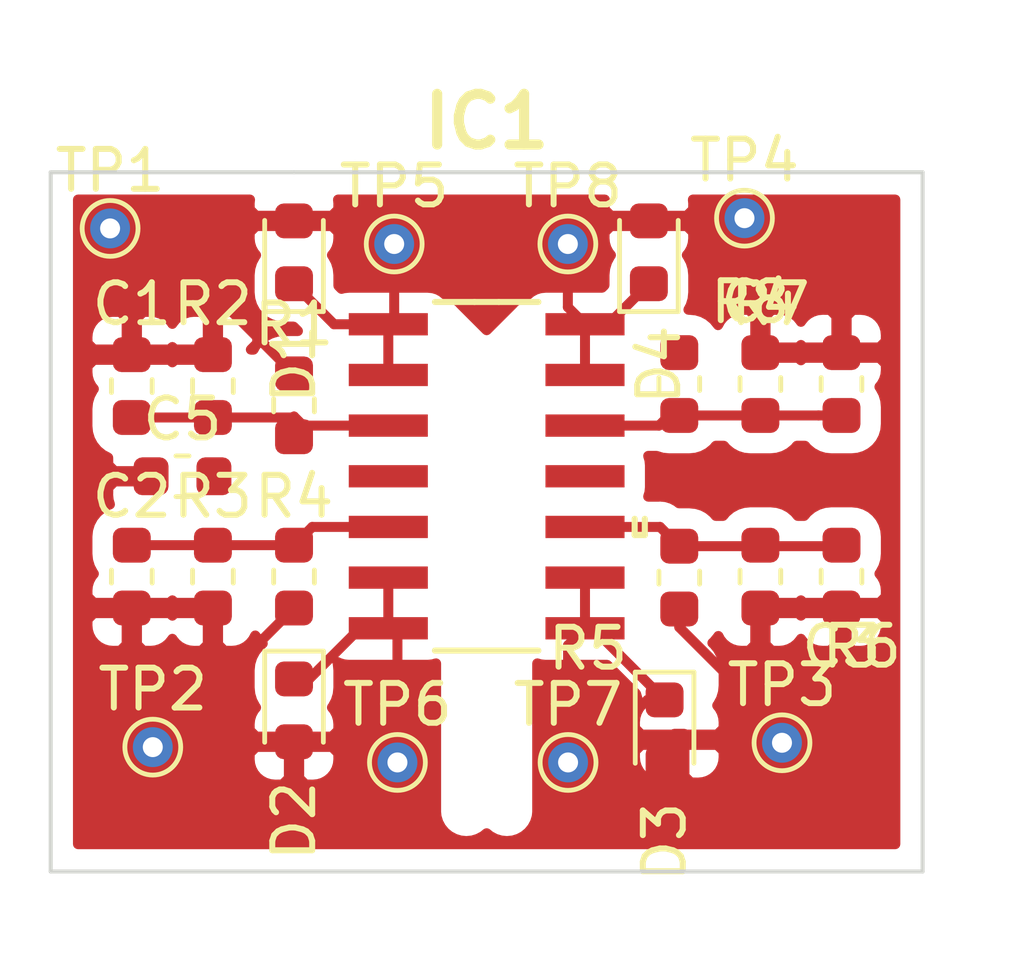
<source format=kicad_pcb>
(kicad_pcb (version 20171130) (host pcbnew "(5.1.2)-2")

  (general
    (thickness 1.6)
    (drawings 5)
    (tracks 50)
    (zones 0)
    (modules 26)
    (nets 17)
  )

  (page A4)
  (layers
    (0 F.Cu signal)
    (31 B.Cu signal)
    (32 B.Adhes user)
    (33 F.Adhes user)
    (34 B.Paste user)
    (35 F.Paste user)
    (36 B.SilkS user)
    (37 F.SilkS user)
    (38 B.Mask user)
    (39 F.Mask user)
    (40 Dwgs.User user)
    (41 Cmts.User user)
    (42 Eco1.User user)
    (43 Eco2.User user)
    (44 Edge.Cuts user)
    (45 Margin user)
    (46 B.CrtYd user)
    (47 F.CrtYd user)
    (48 B.Fab user)
    (49 F.Fab user hide)
  )

  (setup
    (last_trace_width 0.25)
    (trace_clearance 0.2)
    (zone_clearance 0.508)
    (zone_45_only no)
    (trace_min 0.25)
    (via_size 0.8)
    (via_drill 0.4)
    (via_min_size 0.4)
    (via_min_drill 0.3)
    (uvia_size 0.3)
    (uvia_drill 0.1)
    (uvias_allowed no)
    (uvia_min_size 0.2)
    (uvia_min_drill 0.1)
    (edge_width 0.05)
    (segment_width 0.2)
    (pcb_text_width 0.3)
    (pcb_text_size 1.5 1.5)
    (mod_edge_width 0.12)
    (mod_text_size 1 1)
    (mod_text_width 0.15)
    (pad_size 0.875 0.95)
    (pad_drill 0)
    (pad_to_mask_clearance 0.051)
    (solder_mask_min_width 0.25)
    (aux_axis_origin 0 0)
    (visible_elements 7FFFFFFF)
    (pcbplotparams
      (layerselection 0x010fc_ffffffff)
      (usegerberextensions false)
      (usegerberattributes false)
      (usegerberadvancedattributes false)
      (creategerberjobfile false)
      (excludeedgelayer true)
      (linewidth 0.100000)
      (plotframeref false)
      (viasonmask false)
      (mode 1)
      (useauxorigin false)
      (hpglpennumber 1)
      (hpglpenspeed 20)
      (hpglpendiameter 15.000000)
      (psnegative false)
      (psa4output false)
      (plotreference true)
      (plotvalue true)
      (plotinvisibletext false)
      (padsonsilk false)
      (subtractmaskfromsilk false)
      (outputformat 1)
      (mirror false)
      (drillshape 1)
      (scaleselection 1)
      (outputdirectory ""))
  )

  (net 0 "")
  (net 1 GND)
  (net 2 IN1+)
  (net 3 IN2+)
  (net 4 IN3+)
  (net 5 IN4+)
  (net 6 Out1)
  (net 7 Out2)
  (net 8 Out4)
  (net 9 Out3)
  (net 10 Sensor_Input_2)
  (net 11 Sensor_Input_4)
  (net 12 Sensor_Input_3)
  (net 13 "Net-(C5-Pad2)")
  (net 14 "Net-(IC1-Pad11)")
  (net 15 "Net-(IC1-Pad4)")
  (net 16 Sensor_Input_1)

  (net_class Default "This is the default net class."
    (clearance 0.2)
    (trace_width 0.25)
    (via_dia 0.8)
    (via_drill 0.4)
    (uvia_dia 0.3)
    (uvia_drill 0.1)
    (add_net GND)
    (add_net IN1+)
    (add_net IN2+)
    (add_net IN3+)
    (add_net IN4+)
    (add_net "Net-(C5-Pad2)")
    (add_net "Net-(IC1-Pad11)")
    (add_net "Net-(IC1-Pad4)")
    (add_net Out1)
    (add_net Out2)
    (add_net Out3)
    (add_net Out4)
    (add_net Sensor_Input_1)
    (add_net Sensor_Input_2)
    (add_net Sensor_Input_3)
    (add_net Sensor_Input_4)
  )

  (module TestPoint:TestPoint_THTPad_D1.0mm_Drill0.5mm (layer F.Cu) (tedit 5A0F774F) (tstamp 5DC9935B)
    (at 157.22854 76.47432)
    (descr "THT pad as test Point, diameter 1.0mm, hole diameter 0.5mm")
    (tags "test point THT pad")
    (path /5DCA6CCA)
    (attr virtual)
    (fp_text reference TP8 (at 0 -1.448) (layer F.SilkS)
      (effects (font (size 1 1) (thickness 0.15)))
    )
    (fp_text value TestPoint (at 0 1.55) (layer F.Fab)
      (effects (font (size 1 1) (thickness 0.15)))
    )
    (fp_circle (center 0 0) (end 0 0.7) (layer F.SilkS) (width 0.12))
    (fp_circle (center 0 0) (end 1 0) (layer F.CrtYd) (width 0.05))
    (fp_text user %R (at 0 -1.45) (layer F.Fab)
      (effects (font (size 1 1) (thickness 0.15)))
    )
    (pad 1 thru_hole circle (at 0 0) (size 1 1) (drill 0.5) (layers *.Cu *.Mask)
      (net 8 Out4))
  )

  (module TestPoint:TestPoint_THTPad_D1.0mm_Drill0.5mm (layer F.Cu) (tedit 5A0F774F) (tstamp 5DC99CBA)
    (at 157.23362 89.46896)
    (descr "THT pad as test Point, diameter 1.0mm, hole diameter 0.5mm")
    (tags "test point THT pad")
    (path /5DCA6CC4)
    (attr virtual)
    (fp_text reference TP7 (at 0 -1.448) (layer F.SilkS)
      (effects (font (size 1 1) (thickness 0.15)))
    )
    (fp_text value TestPoint (at 0 1.55) (layer F.Fab)
      (effects (font (size 1 1) (thickness 0.15)))
    )
    (fp_circle (center 0 0) (end 0 0.7) (layer F.SilkS) (width 0.12))
    (fp_circle (center 0 0) (end 1 0) (layer F.CrtYd) (width 0.05))
    (fp_text user %R (at 0 -1.45) (layer F.Fab)
      (effects (font (size 1 1) (thickness 0.15)))
    )
    (pad 1 thru_hole circle (at 0 0) (size 1 1) (drill 0.5) (layers *.Cu *.Mask)
      (net 9 Out3))
  )

  (module TestPoint:TestPoint_THTPad_D1.0mm_Drill0.5mm (layer F.Cu) (tedit 5A0F774F) (tstamp 5DC99CCF)
    (at 152.9588 89.46896)
    (descr "THT pad as test Point, diameter 1.0mm, hole diameter 0.5mm")
    (tags "test point THT pad")
    (path /5DCA6CBE)
    (attr virtual)
    (fp_text reference TP6 (at 0 -1.448) (layer F.SilkS)
      (effects (font (size 1 1) (thickness 0.15)))
    )
    (fp_text value TestPoint (at 0 1.55) (layer F.Fab)
      (effects (font (size 1 1) (thickness 0.15)))
    )
    (fp_circle (center 0 0) (end 0 0.7) (layer F.SilkS) (width 0.12))
    (fp_circle (center 0 0) (end 1 0) (layer F.CrtYd) (width 0.05))
    (fp_text user %R (at 0 -1.45) (layer F.Fab)
      (effects (font (size 1 1) (thickness 0.15)))
    )
    (pad 1 thru_hole circle (at 0 0) (size 1 1) (drill 0.5) (layers *.Cu *.Mask)
      (net 7 Out2))
  )

  (module TestPoint:TestPoint_THTPad_D1.0mm_Drill0.5mm (layer F.Cu) (tedit 5A0F774F) (tstamp 5DC99343)
    (at 152.87752 76.47432)
    (descr "THT pad as test Point, diameter 1.0mm, hole diameter 0.5mm")
    (tags "test point THT pad")
    (path /5DCA6CB8)
    (attr virtual)
    (fp_text reference TP5 (at 0 -1.448) (layer F.SilkS)
      (effects (font (size 1 1) (thickness 0.15)))
    )
    (fp_text value TestPoint (at 0 1.55) (layer F.Fab)
      (effects (font (size 1 1) (thickness 0.15)))
    )
    (fp_circle (center 0 0) (end 0 0.7) (layer F.SilkS) (width 0.12))
    (fp_circle (center 0 0) (end 1 0) (layer F.CrtYd) (width 0.05))
    (fp_text user %R (at 0 -1.45) (layer F.Fab)
      (effects (font (size 1 1) (thickness 0.15)))
    )
    (pad 1 thru_hole circle (at 0 0) (size 1 1) (drill 0.5) (layers *.Cu *.Mask)
      (net 6 Out1))
  )

  (module TestPoint:TestPoint_THTPad_D1.0mm_Drill0.5mm (layer F.Cu) (tedit 5A0F774F) (tstamp 5DC9933B)
    (at 161.65322 75.82662)
    (descr "THT pad as test Point, diameter 1.0mm, hole diameter 0.5mm")
    (tags "test point THT pad")
    (path /5DCA0BD3)
    (attr virtual)
    (fp_text reference TP4 (at 0 -1.448) (layer F.SilkS)
      (effects (font (size 1 1) (thickness 0.15)))
    )
    (fp_text value TestPoint (at 0 1.55) (layer F.Fab)
      (effects (font (size 1 1) (thickness 0.15)))
    )
    (fp_circle (center 0 0) (end 0 0.7) (layer F.SilkS) (width 0.12))
    (fp_circle (center 0 0) (end 1 0) (layer F.CrtYd) (width 0.05))
    (fp_text user %R (at 0 -1.45) (layer F.Fab)
      (effects (font (size 1 1) (thickness 0.15)))
    )
    (pad 1 thru_hole circle (at 0 0) (size 1 1) (drill 0.5) (layers *.Cu *.Mask)
      (net 11 Sensor_Input_4))
  )

  (module TestPoint:TestPoint_THTPad_D1.0mm_Drill0.5mm (layer F.Cu) (tedit 5A0F774F) (tstamp 5DC99333)
    (at 162.59302 88.9762)
    (descr "THT pad as test Point, diameter 1.0mm, hole diameter 0.5mm")
    (tags "test point THT pad")
    (path /5DCA0BCD)
    (attr virtual)
    (fp_text reference TP3 (at 0 -1.448) (layer F.SilkS)
      (effects (font (size 1 1) (thickness 0.15)))
    )
    (fp_text value TestPoint (at 0 1.55) (layer F.Fab)
      (effects (font (size 1 1) (thickness 0.15)))
    )
    (fp_circle (center 0 0) (end 0 0.7) (layer F.SilkS) (width 0.12))
    (fp_circle (center 0 0) (end 1 0) (layer F.CrtYd) (width 0.05))
    (fp_text user %R (at 0 -1.45) (layer F.Fab)
      (effects (font (size 1 1) (thickness 0.15)))
    )
    (pad 1 thru_hole circle (at 0 0) (size 1 1) (drill 0.5) (layers *.Cu *.Mask)
      (net 12 Sensor_Input_3))
  )

  (module TestPoint:TestPoint_THTPad_D1.0mm_Drill0.5mm (layer F.Cu) (tedit 5A0F774F) (tstamp 5DC9932B)
    (at 146.82978 89.08542)
    (descr "THT pad as test Point, diameter 1.0mm, hole diameter 0.5mm")
    (tags "test point THT pad")
    (path /5DC9EDB5)
    (attr virtual)
    (fp_text reference TP2 (at 0 -1.448) (layer F.SilkS)
      (effects (font (size 1 1) (thickness 0.15)))
    )
    (fp_text value TestPoint (at 0 1.55) (layer F.Fab)
      (effects (font (size 1 1) (thickness 0.15)))
    )
    (fp_circle (center 0 0) (end 0 0.7) (layer F.SilkS) (width 0.12))
    (fp_circle (center 0 0) (end 1 0) (layer F.CrtYd) (width 0.05))
    (fp_text user %R (at 0 -1.45) (layer F.Fab)
      (effects (font (size 1 1) (thickness 0.15)))
    )
    (pad 1 thru_hole circle (at 0 0) (size 1 1) (drill 0.5) (layers *.Cu *.Mask)
      (net 10 Sensor_Input_2))
  )

  (module TestPoint:TestPoint_THTPad_D1.0mm_Drill0.5mm (layer F.Cu) (tedit 5A0F774F) (tstamp 5DC99323)
    (at 145.76044 76.08316)
    (descr "THT pad as test Point, diameter 1.0mm, hole diameter 0.5mm")
    (tags "test point THT pad")
    (path /5DC9C4AD)
    (attr virtual)
    (fp_text reference TP1 (at 0 -1.448) (layer F.SilkS)
      (effects (font (size 1 1) (thickness 0.15)))
    )
    (fp_text value TestPoint (at 0 1.55) (layer F.Fab)
      (effects (font (size 1 1) (thickness 0.15)))
    )
    (fp_circle (center 0 0) (end 0 0.7) (layer F.SilkS) (width 0.12))
    (fp_circle (center 0 0) (end 1 0) (layer F.CrtYd) (width 0.05))
    (fp_text user %R (at 0 -1.45) (layer F.Fab)
      (effects (font (size 1 1) (thickness 0.15)))
    )
    (pad 1 thru_hole circle (at 0 0) (size 1 1) (drill 0.5) (layers *.Cu *.Mask)
      (net 16 Sensor_Input_1))
  )

  (module AR20_Voltagedivider:SOIC127P600X175-14N (layer F.Cu) (tedit 0) (tstamp 5DB7D83A)
    (at 155.194 82.296)
    (descr SOIC127P600X175-14N)
    (tags "Integrated Circuit")
    (path /5DB71EF9)
    (attr smd)
    (fp_text reference IC1 (at 0 -8.89) (layer F.SilkS)
      (effects (font (size 1.27 1.27) (thickness 0.254)))
    )
    (fp_text value LM324DRG3 (at 0 -5.588) (layer F.SilkS) hide
      (effects (font (size 1.27 0.5) (thickness 0.05)))
    )
    (fp_line (start 3.7084 1.4732) (end 3.7084 1.0668) (layer F.SilkS) (width 0.1524))
    (fp_line (start 3.9624 1.4732) (end 3.7084 1.4732) (layer F.SilkS) (width 0.1524))
    (fp_line (start 3.9624 1.0668) (end 3.9624 1.4732) (layer F.SilkS) (width 0.1524))
    (fp_line (start -0.3048 -4.3688) (end -1.2954 -4.3688) (layer F.SilkS) (width 0.1524))
    (fp_line (start 0.3048 -4.3688) (end -0.3048 -4.3688) (layer F.SilkS) (width 0.1524))
    (fp_line (start 1.2954 -4.3688) (end 0.3048 -4.3688) (layer F.SilkS) (width 0.1524))
    (fp_line (start -1.2954 4.3688) (end 1.2954 4.3688) (layer F.SilkS) (width 0.1524))
    (fp_line (start -2.0066 -4.3688) (end -2.0066 4.3688) (layer F.Fab) (width 0.1524))
    (fp_line (start -0.3048 -4.3688) (end -2.0066 -4.3688) (layer F.Fab) (width 0.1524))
    (fp_line (start 0.3048 -4.3688) (end -0.3048 -4.3688) (layer F.Fab) (width 0.1524))
    (fp_line (start 2.0066 -4.3688) (end 0.3048 -4.3688) (layer F.Fab) (width 0.1524))
    (fp_line (start 2.0066 4.3688) (end 2.0066 -4.3688) (layer F.Fab) (width 0.1524))
    (fp_line (start -2.0066 4.3688) (end 2.0066 4.3688) (layer F.Fab) (width 0.1524))
    (fp_line (start 3.0988 -4.064) (end 2.0066 -4.064) (layer F.Fab) (width 0.1524))
    (fp_line (start 3.0988 -3.556) (end 3.0988 -4.064) (layer F.Fab) (width 0.1524))
    (fp_line (start 2.0066 -3.556) (end 3.0988 -3.556) (layer F.Fab) (width 0.1524))
    (fp_line (start 2.0066 -4.064) (end 2.0066 -3.556) (layer F.Fab) (width 0.1524))
    (fp_line (start 3.0988 -2.794) (end 2.0066 -2.794) (layer F.Fab) (width 0.1524))
    (fp_line (start 3.0988 -2.286) (end 3.0988 -2.794) (layer F.Fab) (width 0.1524))
    (fp_line (start 2.0066 -2.286) (end 3.0988 -2.286) (layer F.Fab) (width 0.1524))
    (fp_line (start 2.0066 -2.794) (end 2.0066 -2.286) (layer F.Fab) (width 0.1524))
    (fp_line (start 3.0988 -1.524) (end 2.0066 -1.524) (layer F.Fab) (width 0.1524))
    (fp_line (start 3.0988 -1.016) (end 3.0988 -1.524) (layer F.Fab) (width 0.1524))
    (fp_line (start 2.0066 -1.016) (end 3.0988 -1.016) (layer F.Fab) (width 0.1524))
    (fp_line (start 2.0066 -1.524) (end 2.0066 -1.016) (layer F.Fab) (width 0.1524))
    (fp_line (start 3.0988 -0.254) (end 2.0066 -0.254) (layer F.Fab) (width 0.1524))
    (fp_line (start 3.0988 0.254) (end 3.0988 -0.254) (layer F.Fab) (width 0.1524))
    (fp_line (start 2.0066 0.254) (end 3.0988 0.254) (layer F.Fab) (width 0.1524))
    (fp_line (start 2.0066 -0.254) (end 2.0066 0.254) (layer F.Fab) (width 0.1524))
    (fp_line (start 3.0988 1.016) (end 2.0066 1.016) (layer F.Fab) (width 0.1524))
    (fp_line (start 3.0988 1.524) (end 3.0988 1.016) (layer F.Fab) (width 0.1524))
    (fp_line (start 2.0066 1.524) (end 3.0988 1.524) (layer F.Fab) (width 0.1524))
    (fp_line (start 2.0066 1.016) (end 2.0066 1.524) (layer F.Fab) (width 0.1524))
    (fp_line (start 3.0988 2.286) (end 2.0066 2.286) (layer F.Fab) (width 0.1524))
    (fp_line (start 3.0988 2.794) (end 3.0988 2.286) (layer F.Fab) (width 0.1524))
    (fp_line (start 2.0066 2.794) (end 3.0988 2.794) (layer F.Fab) (width 0.1524))
    (fp_line (start 2.0066 2.286) (end 2.0066 2.794) (layer F.Fab) (width 0.1524))
    (fp_line (start 3.0988 3.556) (end 2.0066 3.556) (layer F.Fab) (width 0.1524))
    (fp_line (start 3.0988 4.064) (end 3.0988 3.556) (layer F.Fab) (width 0.1524))
    (fp_line (start 2.0066 4.064) (end 3.0988 4.064) (layer F.Fab) (width 0.1524))
    (fp_line (start 2.0066 3.556) (end 2.0066 4.064) (layer F.Fab) (width 0.1524))
    (fp_line (start -3.0988 4.064) (end -2.0066 4.064) (layer F.Fab) (width 0.1524))
    (fp_line (start -3.0988 3.556) (end -3.0988 4.064) (layer F.Fab) (width 0.1524))
    (fp_line (start -2.0066 3.556) (end -3.0988 3.556) (layer F.Fab) (width 0.1524))
    (fp_line (start -2.0066 4.064) (end -2.0066 3.556) (layer F.Fab) (width 0.1524))
    (fp_line (start -3.0988 2.794) (end -2.0066 2.794) (layer F.Fab) (width 0.1524))
    (fp_line (start -3.0988 2.286) (end -3.0988 2.794) (layer F.Fab) (width 0.1524))
    (fp_line (start -2.0066 2.286) (end -3.0988 2.286) (layer F.Fab) (width 0.1524))
    (fp_line (start -2.0066 2.794) (end -2.0066 2.286) (layer F.Fab) (width 0.1524))
    (fp_line (start -3.0988 1.524) (end -2.0066 1.524) (layer F.Fab) (width 0.1524))
    (fp_line (start -3.0988 1.016) (end -3.0988 1.524) (layer F.Fab) (width 0.1524))
    (fp_line (start -2.0066 1.016) (end -3.0988 1.016) (layer F.Fab) (width 0.1524))
    (fp_line (start -2.0066 1.524) (end -2.0066 1.016) (layer F.Fab) (width 0.1524))
    (fp_line (start -3.0988 0.254) (end -2.0066 0.254) (layer F.Fab) (width 0.1524))
    (fp_line (start -3.0988 -0.254) (end -3.0988 0.254) (layer F.Fab) (width 0.1524))
    (fp_line (start -2.0066 -0.254) (end -3.0988 -0.254) (layer F.Fab) (width 0.1524))
    (fp_line (start -2.0066 0.254) (end -2.0066 -0.254) (layer F.Fab) (width 0.1524))
    (fp_line (start -3.0988 -1.016) (end -2.0066 -1.016) (layer F.Fab) (width 0.1524))
    (fp_line (start -3.0988 -1.524) (end -3.0988 -1.016) (layer F.Fab) (width 0.1524))
    (fp_line (start -2.0066 -1.524) (end -3.0988 -1.524) (layer F.Fab) (width 0.1524))
    (fp_line (start -2.0066 -1.016) (end -2.0066 -1.524) (layer F.Fab) (width 0.1524))
    (fp_line (start -3.0988 -2.286) (end -2.0066 -2.286) (layer F.Fab) (width 0.1524))
    (fp_line (start -3.0988 -2.794) (end -3.0988 -2.286) (layer F.Fab) (width 0.1524))
    (fp_line (start -2.0066 -2.794) (end -3.0988 -2.794) (layer F.Fab) (width 0.1524))
    (fp_line (start -2.0066 -2.286) (end -2.0066 -2.794) (layer F.Fab) (width 0.1524))
    (fp_line (start -3.0988 -3.556) (end -2.0066 -3.556) (layer F.Fab) (width 0.1524))
    (fp_line (start -3.0988 -4.064) (end -3.0988 -3.556) (layer F.Fab) (width 0.1524))
    (fp_line (start -2.0066 -4.064) (end -3.0988 -4.064) (layer F.Fab) (width 0.1524))
    (fp_line (start -2.0066 -3.556) (end -2.0066 -4.064) (layer F.Fab) (width 0.1524))
    (pad 14 smd rect (at 2.4638 -3.81 90) (size 0.5588 1.9812) (layers F.Cu F.Paste F.Mask)
      (net 8 Out4))
    (pad 13 smd rect (at 2.4638 -2.54 90) (size 0.5588 1.9812) (layers F.Cu F.Paste F.Mask)
      (net 8 Out4))
    (pad 12 smd rect (at 2.4638 -1.27 90) (size 0.5588 1.9812) (layers F.Cu F.Paste F.Mask)
      (net 5 IN4+))
    (pad 11 smd rect (at 2.4638 0 90) (size 0.5588 1.9812) (layers F.Cu F.Paste F.Mask)
      (net 14 "Net-(IC1-Pad11)"))
    (pad 10 smd rect (at 2.4638 1.27 90) (size 0.5588 1.9812) (layers F.Cu F.Paste F.Mask)
      (net 4 IN3+))
    (pad 9 smd rect (at 2.4638 2.54 90) (size 0.5588 1.9812) (layers F.Cu F.Paste F.Mask)
      (net 9 Out3))
    (pad 8 smd rect (at 2.4638 3.81 90) (size 0.5588 1.9812) (layers F.Cu F.Paste F.Mask)
      (net 9 Out3))
    (pad 7 smd rect (at -2.4638 3.81 90) (size 0.5588 1.9812) (layers F.Cu F.Paste F.Mask)
      (net 7 Out2))
    (pad 6 smd rect (at -2.4638 2.54 90) (size 0.5588 1.9812) (layers F.Cu F.Paste F.Mask)
      (net 7 Out2))
    (pad 5 smd rect (at -2.4638 1.27 90) (size 0.5588 1.9812) (layers F.Cu F.Paste F.Mask)
      (net 3 IN2+))
    (pad 4 smd rect (at -2.4638 0 90) (size 0.5588 1.9812) (layers F.Cu F.Paste F.Mask)
      (net 15 "Net-(IC1-Pad4)"))
    (pad 3 smd rect (at -2.4638 -1.27 90) (size 0.5588 1.9812) (layers F.Cu F.Paste F.Mask)
      (net 2 IN1+))
    (pad 2 smd rect (at -2.4638 -2.54 90) (size 0.5588 1.9812) (layers F.Cu F.Paste F.Mask)
      (net 6 Out1))
    (pad 1 smd rect (at -2.4638 -3.81 90) (size 0.5588 1.9812) (layers F.Cu F.Paste F.Mask)
      (net 6 Out1))
  )

  (module Capacitor_SMD:C_0603_1608Metric (layer F.Cu) (tedit 5B301BBE) (tstamp 5DB8CC25)
    (at 147.574 82.296)
    (descr "Capacitor SMD 0603 (1608 Metric), square (rectangular) end terminal, IPC_7351 nominal, (Body size source: http://www.tortai-tech.com/upload/download/2011102023233369053.pdf), generated with kicad-footprint-generator")
    (tags capacitor)
    (path /5DBB5E86)
    (attr smd)
    (fp_text reference C5 (at 0 -1.43) (layer F.SilkS)
      (effects (font (size 1 1) (thickness 0.15)))
    )
    (fp_text value C (at 0 1.43) (layer F.Fab)
      (effects (font (size 1 1) (thickness 0.15)))
    )
    (fp_text user %R (at 0 0) (layer F.Fab)
      (effects (font (size 0.4 0.4) (thickness 0.06)))
    )
    (fp_line (start 1.48 0.73) (end -1.48 0.73) (layer F.CrtYd) (width 0.05))
    (fp_line (start 1.48 -0.73) (end 1.48 0.73) (layer F.CrtYd) (width 0.05))
    (fp_line (start -1.48 -0.73) (end 1.48 -0.73) (layer F.CrtYd) (width 0.05))
    (fp_line (start -1.48 0.73) (end -1.48 -0.73) (layer F.CrtYd) (width 0.05))
    (fp_line (start -0.162779 0.51) (end 0.162779 0.51) (layer F.SilkS) (width 0.12))
    (fp_line (start -0.162779 -0.51) (end 0.162779 -0.51) (layer F.SilkS) (width 0.12))
    (fp_line (start 0.8 0.4) (end -0.8 0.4) (layer F.Fab) (width 0.1))
    (fp_line (start 0.8 -0.4) (end 0.8 0.4) (layer F.Fab) (width 0.1))
    (fp_line (start -0.8 -0.4) (end 0.8 -0.4) (layer F.Fab) (width 0.1))
    (fp_line (start -0.8 0.4) (end -0.8 -0.4) (layer F.Fab) (width 0.1))
    (pad 2 smd roundrect (at 0.7875 0) (size 0.875 0.95) (layers F.Cu F.Paste F.Mask) (roundrect_rratio 0.25)
      (net 13 "Net-(C5-Pad2)"))
    (pad 1 smd roundrect (at -0.7875 0) (size 0.875 0.95) (layers F.Cu F.Paste F.Mask) (roundrect_rratio 0.25)
      (net 1 GND))
    (model ${KISYS3DMOD}/Capacitor_SMD.3dshapes/C_0603_1608Metric.wrl
      (at (xyz 0 0 0))
      (scale (xyz 1 1 1))
      (rotate (xyz 0 0 0))
    )
  )

  (module Resistor_SMD:R_0603_1608Metric (layer F.Cu) (tedit 5B301BBD) (tstamp 5DB7E37F)
    (at 164.084 79.9845 90)
    (descr "Resistor SMD 0603 (1608 Metric), square (rectangular) end terminal, IPC_7351 nominal, (Body size source: http://www.tortai-tech.com/upload/download/2011102023233369053.pdf), generated with kicad-footprint-generator")
    (tags resistor)
    (path /5DB9ADF3)
    (attr smd)
    (fp_text reference R8 (at 2.0575 -2.286 180) (layer F.SilkS)
      (effects (font (size 1 1) (thickness 0.15)))
    )
    (fp_text value 20k (at 0 1.43 90) (layer F.Fab)
      (effects (font (size 1 1) (thickness 0.15)))
    )
    (fp_text user %R (at 0 0 90) (layer F.Fab)
      (effects (font (size 0.4 0.4) (thickness 0.06)))
    )
    (fp_line (start 1.48 0.73) (end -1.48 0.73) (layer F.CrtYd) (width 0.05))
    (fp_line (start 1.48 -0.73) (end 1.48 0.73) (layer F.CrtYd) (width 0.05))
    (fp_line (start -1.48 -0.73) (end 1.48 -0.73) (layer F.CrtYd) (width 0.05))
    (fp_line (start -1.48 0.73) (end -1.48 -0.73) (layer F.CrtYd) (width 0.05))
    (fp_line (start -0.162779 0.51) (end 0.162779 0.51) (layer F.SilkS) (width 0.12))
    (fp_line (start -0.162779 -0.51) (end 0.162779 -0.51) (layer F.SilkS) (width 0.12))
    (fp_line (start 0.8 0.4) (end -0.8 0.4) (layer F.Fab) (width 0.1))
    (fp_line (start 0.8 -0.4) (end 0.8 0.4) (layer F.Fab) (width 0.1))
    (fp_line (start -0.8 -0.4) (end 0.8 -0.4) (layer F.Fab) (width 0.1))
    (fp_line (start -0.8 0.4) (end -0.8 -0.4) (layer F.Fab) (width 0.1))
    (pad 2 smd roundrect (at 0.7875 0 90) (size 0.875 0.95) (layers F.Cu F.Paste F.Mask) (roundrect_rratio 0.25)
      (net 1 GND))
    (pad 1 smd roundrect (at -0.7875 0 90) (size 0.875 0.95) (layers F.Cu F.Paste F.Mask) (roundrect_rratio 0.25)
      (net 5 IN4+))
    (model ${KISYS3DMOD}/Resistor_SMD.3dshapes/R_0603_1608Metric.wrl
      (at (xyz 0 0 0))
      (scale (xyz 1 1 1))
      (rotate (xyz 0 0 0))
    )
  )

  (module Resistor_SMD:R_0603_1608Metric (layer F.Cu) (tedit 5B301BBD) (tstamp 5DB7E36E)
    (at 160.02 79.9845 270)
    (descr "Resistor SMD 0603 (1608 Metric), square (rectangular) end terminal, IPC_7351 nominal, (Body size source: http://www.tortai-tech.com/upload/download/2011102023233369053.pdf), generated with kicad-footprint-generator")
    (tags resistor)
    (path /5DB9ADED)
    (attr smd)
    (fp_text reference R7 (at -2.0065 -2.286 180) (layer F.SilkS)
      (effects (font (size 1 1) (thickness 0.15)))
    )
    (fp_text value 10k (at 0 1.43 90) (layer F.Fab)
      (effects (font (size 1 1) (thickness 0.15)))
    )
    (fp_text user %R (at 0 0 90) (layer F.Fab)
      (effects (font (size 0.4 0.4) (thickness 0.06)))
    )
    (fp_line (start 1.48 0.73) (end -1.48 0.73) (layer F.CrtYd) (width 0.05))
    (fp_line (start 1.48 -0.73) (end 1.48 0.73) (layer F.CrtYd) (width 0.05))
    (fp_line (start -1.48 -0.73) (end 1.48 -0.73) (layer F.CrtYd) (width 0.05))
    (fp_line (start -1.48 0.73) (end -1.48 -0.73) (layer F.CrtYd) (width 0.05))
    (fp_line (start -0.162779 0.51) (end 0.162779 0.51) (layer F.SilkS) (width 0.12))
    (fp_line (start -0.162779 -0.51) (end 0.162779 -0.51) (layer F.SilkS) (width 0.12))
    (fp_line (start 0.8 0.4) (end -0.8 0.4) (layer F.Fab) (width 0.1))
    (fp_line (start 0.8 -0.4) (end 0.8 0.4) (layer F.Fab) (width 0.1))
    (fp_line (start -0.8 -0.4) (end 0.8 -0.4) (layer F.Fab) (width 0.1))
    (fp_line (start -0.8 0.4) (end -0.8 -0.4) (layer F.Fab) (width 0.1))
    (pad 2 smd roundrect (at 0.7875 0 270) (size 0.875 0.95) (layers F.Cu F.Paste F.Mask) (roundrect_rratio 0.25)
      (net 5 IN4+))
    (pad 1 smd roundrect (at -0.7875 0 270) (size 0.875 0.95) (layers F.Cu F.Paste F.Mask) (roundrect_rratio 0.25)
      (net 11 Sensor_Input_4))
    (model ${KISYS3DMOD}/Resistor_SMD.3dshapes/R_0603_1608Metric.wrl
      (at (xyz 0 0 0))
      (scale (xyz 1 1 1))
      (rotate (xyz 0 0 0))
    )
  )

  (module Resistor_SMD:R_0603_1608Metric (layer F.Cu) (tedit 5B301BBD) (tstamp 5DB7E35D)
    (at 162.052 84.8105 270)
    (descr "Resistor SMD 0603 (1608 Metric), square (rectangular) end terminal, IPC_7351 nominal, (Body size source: http://www.tortai-tech.com/upload/download/2011102023233369053.pdf), generated with kicad-footprint-generator")
    (tags resistor)
    (path /5DB97337)
    (attr smd)
    (fp_text reference R6 (at 1.7525 -2.54 180) (layer F.SilkS)
      (effects (font (size 1 1) (thickness 0.15)))
    )
    (fp_text value 20k (at 0 1.43 90) (layer F.Fab)
      (effects (font (size 1 1) (thickness 0.15)))
    )
    (fp_text user %R (at 0 0 90) (layer F.Fab)
      (effects (font (size 0.4 0.4) (thickness 0.06)))
    )
    (fp_line (start 1.48 0.73) (end -1.48 0.73) (layer F.CrtYd) (width 0.05))
    (fp_line (start 1.48 -0.73) (end 1.48 0.73) (layer F.CrtYd) (width 0.05))
    (fp_line (start -1.48 -0.73) (end 1.48 -0.73) (layer F.CrtYd) (width 0.05))
    (fp_line (start -1.48 0.73) (end -1.48 -0.73) (layer F.CrtYd) (width 0.05))
    (fp_line (start -0.162779 0.51) (end 0.162779 0.51) (layer F.SilkS) (width 0.12))
    (fp_line (start -0.162779 -0.51) (end 0.162779 -0.51) (layer F.SilkS) (width 0.12))
    (fp_line (start 0.8 0.4) (end -0.8 0.4) (layer F.Fab) (width 0.1))
    (fp_line (start 0.8 -0.4) (end 0.8 0.4) (layer F.Fab) (width 0.1))
    (fp_line (start -0.8 -0.4) (end 0.8 -0.4) (layer F.Fab) (width 0.1))
    (fp_line (start -0.8 0.4) (end -0.8 -0.4) (layer F.Fab) (width 0.1))
    (pad 2 smd roundrect (at 0.7875 0 270) (size 0.875 0.95) (layers F.Cu F.Paste F.Mask) (roundrect_rratio 0.25)
      (net 1 GND))
    (pad 1 smd roundrect (at -0.7875 0 270) (size 0.875 0.95) (layers F.Cu F.Paste F.Mask) (roundrect_rratio 0.25)
      (net 4 IN3+))
    (model ${KISYS3DMOD}/Resistor_SMD.3dshapes/R_0603_1608Metric.wrl
      (at (xyz 0 0 0))
      (scale (xyz 1 1 1))
      (rotate (xyz 0 0 0))
    )
  )

  (module Resistor_SMD:R_0603_1608Metric (layer F.Cu) (tedit 5B301BBD) (tstamp 5DB7E34C)
    (at 160.02 84.836 90)
    (descr "Resistor SMD 0603 (1608 Metric), square (rectangular) end terminal, IPC_7351 nominal, (Body size source: http://www.tortai-tech.com/upload/download/2011102023233369053.pdf), generated with kicad-footprint-generator")
    (tags resistor)
    (path /5DB97331)
    (attr smd)
    (fp_text reference R5 (at -1.778 -2.286 180) (layer F.SilkS)
      (effects (font (size 1 1) (thickness 0.15)))
    )
    (fp_text value 10k (at 0 1.43 90) (layer F.Fab)
      (effects (font (size 1 1) (thickness 0.15)))
    )
    (fp_text user %R (at 0 0 90) (layer F.Fab)
      (effects (font (size 0.4 0.4) (thickness 0.06)))
    )
    (fp_line (start 1.48 0.73) (end -1.48 0.73) (layer F.CrtYd) (width 0.05))
    (fp_line (start 1.48 -0.73) (end 1.48 0.73) (layer F.CrtYd) (width 0.05))
    (fp_line (start -1.48 -0.73) (end 1.48 -0.73) (layer F.CrtYd) (width 0.05))
    (fp_line (start -1.48 0.73) (end -1.48 -0.73) (layer F.CrtYd) (width 0.05))
    (fp_line (start -0.162779 0.51) (end 0.162779 0.51) (layer F.SilkS) (width 0.12))
    (fp_line (start -0.162779 -0.51) (end 0.162779 -0.51) (layer F.SilkS) (width 0.12))
    (fp_line (start 0.8 0.4) (end -0.8 0.4) (layer F.Fab) (width 0.1))
    (fp_line (start 0.8 -0.4) (end 0.8 0.4) (layer F.Fab) (width 0.1))
    (fp_line (start -0.8 -0.4) (end 0.8 -0.4) (layer F.Fab) (width 0.1))
    (fp_line (start -0.8 0.4) (end -0.8 -0.4) (layer F.Fab) (width 0.1))
    (pad 2 smd roundrect (at 0.7875 0 90) (size 0.875 0.95) (layers F.Cu F.Paste F.Mask) (roundrect_rratio 0.25)
      (net 4 IN3+))
    (pad 1 smd roundrect (at -0.7875 0 90) (size 0.875 0.95) (layers F.Cu F.Paste F.Mask) (roundrect_rratio 0.25)
      (net 12 Sensor_Input_3))
    (model ${KISYS3DMOD}/Resistor_SMD.3dshapes/R_0603_1608Metric.wrl
      (at (xyz 0 0 0))
      (scale (xyz 1 1 1))
      (rotate (xyz 0 0 0))
    )
  )

  (module Resistor_SMD:R_0603_1608Metric (layer F.Cu) (tedit 5B301BBD) (tstamp 5DB7E33B)
    (at 148.336 84.8105 270)
    (descr "Resistor SMD 0603 (1608 Metric), square (rectangular) end terminal, IPC_7351 nominal, (Body size source: http://www.tortai-tech.com/upload/download/2011102023233369053.pdf), generated with kicad-footprint-generator")
    (tags resistor)
    (path /5DB99295)
    (attr smd)
    (fp_text reference R4 (at -2.0065 -2.032 180) (layer F.SilkS)
      (effects (font (size 1 1) (thickness 0.15)))
    )
    (fp_text value 20k (at 2.8195 0 90) (layer F.Fab)
      (effects (font (size 1 1) (thickness 0.15)))
    )
    (fp_text user %R (at 0 0 90) (layer F.Fab)
      (effects (font (size 0.4 0.4) (thickness 0.06)))
    )
    (fp_line (start 1.48 0.73) (end -1.48 0.73) (layer F.CrtYd) (width 0.05))
    (fp_line (start 1.48 -0.73) (end 1.48 0.73) (layer F.CrtYd) (width 0.05))
    (fp_line (start -1.48 -0.73) (end 1.48 -0.73) (layer F.CrtYd) (width 0.05))
    (fp_line (start -1.48 0.73) (end -1.48 -0.73) (layer F.CrtYd) (width 0.05))
    (fp_line (start -0.162779 0.51) (end 0.162779 0.51) (layer F.SilkS) (width 0.12))
    (fp_line (start -0.162779 -0.51) (end 0.162779 -0.51) (layer F.SilkS) (width 0.12))
    (fp_line (start 0.8 0.4) (end -0.8 0.4) (layer F.Fab) (width 0.1))
    (fp_line (start 0.8 -0.4) (end 0.8 0.4) (layer F.Fab) (width 0.1))
    (fp_line (start -0.8 -0.4) (end 0.8 -0.4) (layer F.Fab) (width 0.1))
    (fp_line (start -0.8 0.4) (end -0.8 -0.4) (layer F.Fab) (width 0.1))
    (pad 2 smd roundrect (at 0.7875 0 270) (size 0.875 0.95) (layers F.Cu F.Paste F.Mask) (roundrect_rratio 0.25)
      (net 1 GND))
    (pad 1 smd roundrect (at -0.7875 0 270) (size 0.875 0.95) (layers F.Cu F.Paste F.Mask) (roundrect_rratio 0.25)
      (net 3 IN2+))
    (model ${KISYS3DMOD}/Resistor_SMD.3dshapes/R_0603_1608Metric.wrl
      (at (xyz 0 0 0))
      (scale (xyz 1 1 1))
      (rotate (xyz 0 0 0))
    )
  )

  (module Resistor_SMD:R_0603_1608Metric (layer F.Cu) (tedit 5DB9CA2A) (tstamp 5DB7E32A)
    (at 150.368 84.8105 90)
    (descr "Resistor SMD 0603 (1608 Metric), square (rectangular) end terminal, IPC_7351 nominal, (Body size source: http://www.tortai-tech.com/upload/download/2011102023233369053.pdf), generated with kicad-footprint-generator")
    (tags resistor)
    (path /5DB9928F)
    (attr smd)
    (fp_text reference R3 (at 2.0065 -2.032 180) (layer F.SilkS)
      (effects (font (size 1 1) (thickness 0.15)))
    )
    (fp_text value 10k (at 0 1.43 90) (layer F.Fab)
      (effects (font (size 1 1) (thickness 0.15)))
    )
    (fp_text user %R (at 0 0 90) (layer F.Fab)
      (effects (font (size 0.4 0.4) (thickness 0.06)))
    )
    (fp_line (start 1.48 0.73) (end -1.48 0.73) (layer F.CrtYd) (width 0.05))
    (fp_line (start 1.48 -0.73) (end 1.48 0.73) (layer F.CrtYd) (width 0.05))
    (fp_line (start -1.48 -0.73) (end 1.48 -0.73) (layer F.CrtYd) (width 0.05))
    (fp_line (start -1.48 0.73) (end -1.48 -0.73) (layer F.CrtYd) (width 0.05))
    (fp_line (start -0.162779 0.51) (end 0.162779 0.51) (layer F.SilkS) (width 0.12))
    (fp_line (start -0.162779 -0.51) (end 0.162779 -0.51) (layer F.SilkS) (width 0.12))
    (fp_line (start 0.8 0.4) (end -0.8 0.4) (layer F.Fab) (width 0.1))
    (fp_line (start 0.8 -0.4) (end 0.8 0.4) (layer F.Fab) (width 0.1))
    (fp_line (start -0.8 -0.4) (end 0.8 -0.4) (layer F.Fab) (width 0.1))
    (fp_line (start -0.8 0.4) (end -0.8 -0.4) (layer F.Fab) (width 0.1))
    (pad 2 smd roundrect (at 0.7875 0 90) (size 0.875 0.95) (layers F.Cu F.Paste F.Mask) (roundrect_rratio 0.25)
      (net 3 IN2+))
    (pad 1 smd roundrect (at -0.7875 0 90) (size 0.875 0.95) (layers F.Cu F.Paste F.Mask) (roundrect_rratio 0.25)
      (net 10 Sensor_Input_2))
    (model ${KISYS3DMOD}/Resistor_SMD.3dshapes/R_0603_1608Metric.wrl
      (at (xyz 0 0 0))
      (scale (xyz 1 1 1))
      (rotate (xyz 0 0 0))
    )
  )

  (module Diode_SMD:D_0603_1608Metric (layer F.Cu) (tedit 5B301BBE) (tstamp 5DB7E22D)
    (at 159.258 76.6825 90)
    (descr "Diode SMD 0603 (1608 Metric), square (rectangular) end terminal, IPC_7351 nominal, (Body size source: http://www.tortai-tech.com/upload/download/2011102023233369053.pdf), generated with kicad-footprint-generator")
    (tags diode)
    (path /5DB9ADFF)
    (attr smd)
    (fp_text reference D4 (at -2.8195 0.254 90) (layer F.SilkS)
      (effects (font (size 1 1) (thickness 0.15)))
    )
    (fp_text value 3V (at 0 1.43 90) (layer F.Fab)
      (effects (font (size 1 1) (thickness 0.15)))
    )
    (fp_text user %R (at 0 0 90) (layer F.Fab)
      (effects (font (size 0.4 0.4) (thickness 0.06)))
    )
    (fp_line (start 1.48 0.73) (end -1.48 0.73) (layer F.CrtYd) (width 0.05))
    (fp_line (start 1.48 -0.73) (end 1.48 0.73) (layer F.CrtYd) (width 0.05))
    (fp_line (start -1.48 -0.73) (end 1.48 -0.73) (layer F.CrtYd) (width 0.05))
    (fp_line (start -1.48 0.73) (end -1.48 -0.73) (layer F.CrtYd) (width 0.05))
    (fp_line (start -1.485 0.735) (end 0.8 0.735) (layer F.SilkS) (width 0.12))
    (fp_line (start -1.485 -0.735) (end -1.485 0.735) (layer F.SilkS) (width 0.12))
    (fp_line (start 0.8 -0.735) (end -1.485 -0.735) (layer F.SilkS) (width 0.12))
    (fp_line (start 0.8 0.4) (end 0.8 -0.4) (layer F.Fab) (width 0.1))
    (fp_line (start -0.8 0.4) (end 0.8 0.4) (layer F.Fab) (width 0.1))
    (fp_line (start -0.8 -0.1) (end -0.8 0.4) (layer F.Fab) (width 0.1))
    (fp_line (start -0.5 -0.4) (end -0.8 -0.1) (layer F.Fab) (width 0.1))
    (fp_line (start 0.8 -0.4) (end -0.5 -0.4) (layer F.Fab) (width 0.1))
    (pad 2 smd roundrect (at 0.7875 0 90) (size 0.875 0.95) (layers F.Cu F.Paste F.Mask) (roundrect_rratio 0.25)
      (net 1 GND))
    (pad 1 smd roundrect (at -0.7875 0 90) (size 0.875 0.95) (layers F.Cu F.Paste F.Mask) (roundrect_rratio 0.25)
      (net 8 Out4))
    (model ${KISYS3DMOD}/Diode_SMD.3dshapes/D_0603_1608Metric.wrl
      (at (xyz 0 0 0))
      (scale (xyz 1 1 1))
      (rotate (xyz 0 0 0))
    )
  )

  (module Diode_SMD:D_0603_1608Metric (layer F.Cu) (tedit 5B301BBE) (tstamp 5DB7E21A)
    (at 159.6517 88.68908 270)
    (descr "Diode SMD 0603 (1608 Metric), square (rectangular) end terminal, IPC_7351 nominal, (Body size source: http://www.tortai-tech.com/upload/download/2011102023233369053.pdf), generated with kicad-footprint-generator")
    (tags diode)
    (path /5DB97343)
    (attr smd)
    (fp_text reference D3 (at 2.7685 0 90) (layer F.SilkS)
      (effects (font (size 1 1) (thickness 0.15)))
    )
    (fp_text value 3V (at 0 1.43 90) (layer F.Fab)
      (effects (font (size 1 1) (thickness 0.15)))
    )
    (fp_text user %R (at 0 0 90) (layer F.Fab)
      (effects (font (size 0.4 0.4) (thickness 0.06)))
    )
    (fp_line (start 1.48 0.73) (end -1.48 0.73) (layer F.CrtYd) (width 0.05))
    (fp_line (start 1.48 -0.73) (end 1.48 0.73) (layer F.CrtYd) (width 0.05))
    (fp_line (start -1.48 -0.73) (end 1.48 -0.73) (layer F.CrtYd) (width 0.05))
    (fp_line (start -1.48 0.73) (end -1.48 -0.73) (layer F.CrtYd) (width 0.05))
    (fp_line (start -1.485 0.735) (end 0.8 0.735) (layer F.SilkS) (width 0.12))
    (fp_line (start -1.485 -0.735) (end -1.485 0.735) (layer F.SilkS) (width 0.12))
    (fp_line (start 0.8 -0.735) (end -1.485 -0.735) (layer F.SilkS) (width 0.12))
    (fp_line (start 0.8 0.4) (end 0.8 -0.4) (layer F.Fab) (width 0.1))
    (fp_line (start -0.8 0.4) (end 0.8 0.4) (layer F.Fab) (width 0.1))
    (fp_line (start -0.8 -0.1) (end -0.8 0.4) (layer F.Fab) (width 0.1))
    (fp_line (start -0.5 -0.4) (end -0.8 -0.1) (layer F.Fab) (width 0.1))
    (fp_line (start 0.8 -0.4) (end -0.5 -0.4) (layer F.Fab) (width 0.1))
    (pad 2 smd roundrect (at 0.7875 0 270) (size 0.875 0.95) (layers F.Cu F.Paste F.Mask) (roundrect_rratio 0.25)
      (net 1 GND))
    (pad 1 smd roundrect (at -0.7875 0 270) (size 0.875 0.95) (layers F.Cu F.Paste F.Mask) (roundrect_rratio 0.25)
      (net 9 Out3))
    (model ${KISYS3DMOD}/Diode_SMD.3dshapes/D_0603_1608Metric.wrl
      (at (xyz 0 0 0))
      (scale (xyz 1 1 1))
      (rotate (xyz 0 0 0))
    )
  )

  (module Diode_SMD:D_0603_1608Metric (layer F.Cu) (tedit 5B301BBE) (tstamp 5DB7E207)
    (at 150.368 88.1635 270)
    (descr "Diode SMD 0603 (1608 Metric), square (rectangular) end terminal, IPC_7351 nominal, (Body size source: http://www.tortai-tech.com/upload/download/2011102023233369053.pdf), generated with kicad-footprint-generator")
    (tags diode)
    (path /5DB992A1)
    (attr smd)
    (fp_text reference D2 (at 2.7685 0 90) (layer F.SilkS)
      (effects (font (size 1 1) (thickness 0.15)))
    )
    (fp_text value 3V (at 0 1.43 90) (layer F.Fab)
      (effects (font (size 1 1) (thickness 0.15)))
    )
    (fp_text user %R (at 0 0 90) (layer F.Fab)
      (effects (font (size 0.4 0.4) (thickness 0.06)))
    )
    (fp_line (start 1.48 0.73) (end -1.48 0.73) (layer F.CrtYd) (width 0.05))
    (fp_line (start 1.48 -0.73) (end 1.48 0.73) (layer F.CrtYd) (width 0.05))
    (fp_line (start -1.48 -0.73) (end 1.48 -0.73) (layer F.CrtYd) (width 0.05))
    (fp_line (start -1.48 0.73) (end -1.48 -0.73) (layer F.CrtYd) (width 0.05))
    (fp_line (start -1.485 0.735) (end 0.8 0.735) (layer F.SilkS) (width 0.12))
    (fp_line (start -1.485 -0.735) (end -1.485 0.735) (layer F.SilkS) (width 0.12))
    (fp_line (start 0.8 -0.735) (end -1.485 -0.735) (layer F.SilkS) (width 0.12))
    (fp_line (start 0.8 0.4) (end 0.8 -0.4) (layer F.Fab) (width 0.1))
    (fp_line (start -0.8 0.4) (end 0.8 0.4) (layer F.Fab) (width 0.1))
    (fp_line (start -0.8 -0.1) (end -0.8 0.4) (layer F.Fab) (width 0.1))
    (fp_line (start -0.5 -0.4) (end -0.8 -0.1) (layer F.Fab) (width 0.1))
    (fp_line (start 0.8 -0.4) (end -0.5 -0.4) (layer F.Fab) (width 0.1))
    (pad 2 smd roundrect (at 0.7875 0 270) (size 0.875 0.95) (layers F.Cu F.Paste F.Mask) (roundrect_rratio 0.25)
      (net 1 GND))
    (pad 1 smd roundrect (at -0.7875 0 270) (size 0.875 0.95) (layers F.Cu F.Paste F.Mask) (roundrect_rratio 0.25)
      (net 7 Out2))
    (model ${KISYS3DMOD}/Diode_SMD.3dshapes/D_0603_1608Metric.wrl
      (at (xyz 0 0 0))
      (scale (xyz 1 1 1))
      (rotate (xyz 0 0 0))
    )
  )

  (module Capacitor_SMD:C_0603_1608Metric (layer F.Cu) (tedit 5B301BBE) (tstamp 5DB7E1D0)
    (at 162.052 79.9845 90)
    (descr "Capacitor SMD 0603 (1608 Metric), square (rectangular) end terminal, IPC_7351 nominal, (Body size source: http://www.tortai-tech.com/upload/download/2011102023233369053.pdf), generated with kicad-footprint-generator")
    (tags capacitor)
    (path /5DB9ADF9)
    (attr smd)
    (fp_text reference C4 (at 2.0575 0 180) (layer F.SilkS)
      (effects (font (size 1 1) (thickness 0.15)))
    )
    (fp_text value 1.5n (at 0 1.43 90) (layer F.Fab)
      (effects (font (size 1 1) (thickness 0.15)))
    )
    (fp_text user %R (at 0 0 90) (layer F.Fab)
      (effects (font (size 0.4 0.4) (thickness 0.06)))
    )
    (fp_line (start 1.48 0.73) (end -1.48 0.73) (layer F.CrtYd) (width 0.05))
    (fp_line (start 1.48 -0.73) (end 1.48 0.73) (layer F.CrtYd) (width 0.05))
    (fp_line (start -1.48 -0.73) (end 1.48 -0.73) (layer F.CrtYd) (width 0.05))
    (fp_line (start -1.48 0.73) (end -1.48 -0.73) (layer F.CrtYd) (width 0.05))
    (fp_line (start -0.162779 0.51) (end 0.162779 0.51) (layer F.SilkS) (width 0.12))
    (fp_line (start -0.162779 -0.51) (end 0.162779 -0.51) (layer F.SilkS) (width 0.12))
    (fp_line (start 0.8 0.4) (end -0.8 0.4) (layer F.Fab) (width 0.1))
    (fp_line (start 0.8 -0.4) (end 0.8 0.4) (layer F.Fab) (width 0.1))
    (fp_line (start -0.8 -0.4) (end 0.8 -0.4) (layer F.Fab) (width 0.1))
    (fp_line (start -0.8 0.4) (end -0.8 -0.4) (layer F.Fab) (width 0.1))
    (pad 2 smd roundrect (at 0.7875 0 90) (size 0.875 0.95) (layers F.Cu F.Paste F.Mask) (roundrect_rratio 0.25)
      (net 1 GND))
    (pad 1 smd roundrect (at -0.7875 0 90) (size 0.875 0.95) (layers F.Cu F.Paste F.Mask) (roundrect_rratio 0.25)
      (net 5 IN4+))
    (model ${KISYS3DMOD}/Capacitor_SMD.3dshapes/C_0603_1608Metric.wrl
      (at (xyz 0 0 0))
      (scale (xyz 1 1 1))
      (rotate (xyz 0 0 0))
    )
  )

  (module Capacitor_SMD:C_0603_1608Metric (layer F.Cu) (tedit 5B301BBE) (tstamp 5DB7E1BF)
    (at 164.084 84.8105 270)
    (descr "Capacitor SMD 0603 (1608 Metric), square (rectangular) end terminal, IPC_7351 nominal, (Body size source: http://www.tortai-tech.com/upload/download/2011102023233369053.pdf), generated with kicad-footprint-generator")
    (tags capacitor)
    (path /5DB9733D)
    (attr smd)
    (fp_text reference C3 (at 1.7525 0 180) (layer F.SilkS)
      (effects (font (size 1 1) (thickness 0.15)))
    )
    (fp_text value 1.5n (at 0 1.43 90) (layer F.Fab)
      (effects (font (size 1 1) (thickness 0.15)))
    )
    (fp_text user %R (at 0 0 90) (layer F.Fab)
      (effects (font (size 0.4 0.4) (thickness 0.06)))
    )
    (fp_line (start 1.48 0.73) (end -1.48 0.73) (layer F.CrtYd) (width 0.05))
    (fp_line (start 1.48 -0.73) (end 1.48 0.73) (layer F.CrtYd) (width 0.05))
    (fp_line (start -1.48 -0.73) (end 1.48 -0.73) (layer F.CrtYd) (width 0.05))
    (fp_line (start -1.48 0.73) (end -1.48 -0.73) (layer F.CrtYd) (width 0.05))
    (fp_line (start -0.162779 0.51) (end 0.162779 0.51) (layer F.SilkS) (width 0.12))
    (fp_line (start -0.162779 -0.51) (end 0.162779 -0.51) (layer F.SilkS) (width 0.12))
    (fp_line (start 0.8 0.4) (end -0.8 0.4) (layer F.Fab) (width 0.1))
    (fp_line (start 0.8 -0.4) (end 0.8 0.4) (layer F.Fab) (width 0.1))
    (fp_line (start -0.8 -0.4) (end 0.8 -0.4) (layer F.Fab) (width 0.1))
    (fp_line (start -0.8 0.4) (end -0.8 -0.4) (layer F.Fab) (width 0.1))
    (pad 2 smd roundrect (at 0.7875 0 270) (size 0.875 0.95) (layers F.Cu F.Paste F.Mask) (roundrect_rratio 0.25)
      (net 1 GND))
    (pad 1 smd roundrect (at -0.7875 0 270) (size 0.875 0.95) (layers F.Cu F.Paste F.Mask) (roundrect_rratio 0.25)
      (net 4 IN3+))
    (model ${KISYS3DMOD}/Capacitor_SMD.3dshapes/C_0603_1608Metric.wrl
      (at (xyz 0 0 0))
      (scale (xyz 1 1 1))
      (rotate (xyz 0 0 0))
    )
  )

  (module Capacitor_SMD:C_0603_1608Metric (layer F.Cu) (tedit 5B301BBE) (tstamp 5DB7E1AE)
    (at 146.304 84.8105 270)
    (descr "Capacitor SMD 0603 (1608 Metric), square (rectangular) end terminal, IPC_7351 nominal, (Body size source: http://www.tortai-tech.com/upload/download/2011102023233369053.pdf), generated with kicad-footprint-generator")
    (tags capacitor)
    (path /5DB9929B)
    (attr smd)
    (fp_text reference C2 (at -2.0065 0 180) (layer F.SilkS)
      (effects (font (size 1 1) (thickness 0.15)))
    )
    (fp_text value 1.5n (at 0 1.43 90) (layer F.Fab)
      (effects (font (size 1 1) (thickness 0.15)))
    )
    (fp_text user %R (at 0 0 90) (layer F.Fab)
      (effects (font (size 0.4 0.4) (thickness 0.06)))
    )
    (fp_line (start 1.48 0.73) (end -1.48 0.73) (layer F.CrtYd) (width 0.05))
    (fp_line (start 1.48 -0.73) (end 1.48 0.73) (layer F.CrtYd) (width 0.05))
    (fp_line (start -1.48 -0.73) (end 1.48 -0.73) (layer F.CrtYd) (width 0.05))
    (fp_line (start -1.48 0.73) (end -1.48 -0.73) (layer F.CrtYd) (width 0.05))
    (fp_line (start -0.162779 0.51) (end 0.162779 0.51) (layer F.SilkS) (width 0.12))
    (fp_line (start -0.162779 -0.51) (end 0.162779 -0.51) (layer F.SilkS) (width 0.12))
    (fp_line (start 0.8 0.4) (end -0.8 0.4) (layer F.Fab) (width 0.1))
    (fp_line (start 0.8 -0.4) (end 0.8 0.4) (layer F.Fab) (width 0.1))
    (fp_line (start -0.8 -0.4) (end 0.8 -0.4) (layer F.Fab) (width 0.1))
    (fp_line (start -0.8 0.4) (end -0.8 -0.4) (layer F.Fab) (width 0.1))
    (pad 2 smd roundrect (at 0.7875 0 270) (size 0.875 0.95) (layers F.Cu F.Paste F.Mask) (roundrect_rratio 0.25)
      (net 1 GND))
    (pad 1 smd roundrect (at -0.7875 0 270) (size 0.875 0.95) (layers F.Cu F.Paste F.Mask) (roundrect_rratio 0.25)
      (net 3 IN2+))
    (model ${KISYS3DMOD}/Capacitor_SMD.3dshapes/C_0603_1608Metric.wrl
      (at (xyz 0 0 0))
      (scale (xyz 1 1 1))
      (rotate (xyz 0 0 0))
    )
  )

  (module Diode_SMD:D_0603_1608Metric (layer F.Cu) (tedit 5B301BBE) (tstamp 5DB7C8CC)
    (at 150.368 76.6825 90)
    (descr "Diode SMD 0603 (1608 Metric), square (rectangular) end terminal, IPC_7351 nominal, (Body size source: http://www.tortai-tech.com/upload/download/2011102023233369053.pdf), generated with kicad-footprint-generator")
    (tags diode)
    (path /5DB76D8D)
    (attr smd)
    (fp_text reference D1 (at -2.794 0 90) (layer F.SilkS)
      (effects (font (size 1 1) (thickness 0.15)))
    )
    (fp_text value 3V (at 2.032 0 180) (layer F.Fab)
      (effects (font (size 1 1) (thickness 0.15)))
    )
    (fp_text user %R (at 2.032 -1.27 180) (layer F.Fab)
      (effects (font (size 0.4 0.4) (thickness 0.06)))
    )
    (fp_line (start 1.48 0.73) (end -1.48 0.73) (layer F.CrtYd) (width 0.05))
    (fp_line (start 1.48 -0.73) (end 1.48 0.73) (layer F.CrtYd) (width 0.05))
    (fp_line (start -1.48 -0.73) (end 1.48 -0.73) (layer F.CrtYd) (width 0.05))
    (fp_line (start -1.48 0.73) (end -1.48 -0.73) (layer F.CrtYd) (width 0.05))
    (fp_line (start -1.485 0.735) (end 0.8 0.735) (layer F.SilkS) (width 0.12))
    (fp_line (start -1.485 -0.735) (end -1.485 0.735) (layer F.SilkS) (width 0.12))
    (fp_line (start 0.8 -0.735) (end -1.485 -0.735) (layer F.SilkS) (width 0.12))
    (fp_line (start 0.8 0.4) (end 0.8 -0.4) (layer F.Fab) (width 0.1))
    (fp_line (start -0.8 0.4) (end 0.8 0.4) (layer F.Fab) (width 0.1))
    (fp_line (start -0.8 -0.1) (end -0.8 0.4) (layer F.Fab) (width 0.1))
    (fp_line (start -0.5 -0.4) (end -0.8 -0.1) (layer F.Fab) (width 0.1))
    (fp_line (start 0.8 -0.4) (end -0.5 -0.4) (layer F.Fab) (width 0.1))
    (pad 2 smd roundrect (at 0.7875 0 90) (size 0.875 0.95) (layers F.Cu F.Paste F.Mask) (roundrect_rratio 0.25)
      (net 1 GND))
    (pad 1 smd roundrect (at -0.7875 0 90) (size 0.875 0.95) (layers F.Cu F.Paste F.Mask) (roundrect_rratio 0.25)
      (net 6 Out1))
    (model ${KISYS3DMOD}/Diode_SMD.3dshapes/D_0603_1608Metric.wrl
      (at (xyz 0 0 0))
      (scale (xyz 1 1 1))
      (rotate (xyz 0 0 0))
    )
  )

  (module Capacitor_SMD:C_0603_1608Metric (layer F.Cu) (tedit 5B301BBE) (tstamp 5DB7C8B9)
    (at 146.304 80.0355 90)
    (descr "Capacitor SMD 0603 (1608 Metric), square (rectangular) end terminal, IPC_7351 nominal, (Body size source: http://www.tortai-tech.com/upload/download/2011102023233369053.pdf), generated with kicad-footprint-generator")
    (tags capacitor)
    (path /5DB75F01)
    (attr smd)
    (fp_text reference C1 (at 2.0575 0 180) (layer F.SilkS)
      (effects (font (size 1 1) (thickness 0.15)))
    )
    (fp_text value 1.5n (at 0 -1.524 90) (layer F.Fab)
      (effects (font (size 1 1) (thickness 0.15)))
    )
    (fp_text user %R (at 0 0 90) (layer F.Fab)
      (effects (font (size 0.4 0.4) (thickness 0.06)))
    )
    (fp_line (start 1.48 0.73) (end -1.48 0.73) (layer F.CrtYd) (width 0.05))
    (fp_line (start 1.48 -0.73) (end 1.48 0.73) (layer F.CrtYd) (width 0.05))
    (fp_line (start -1.48 -0.73) (end 1.48 -0.73) (layer F.CrtYd) (width 0.05))
    (fp_line (start -1.48 0.73) (end -1.48 -0.73) (layer F.CrtYd) (width 0.05))
    (fp_line (start -0.162779 0.51) (end 0.162779 0.51) (layer F.SilkS) (width 0.12))
    (fp_line (start -0.162779 -0.51) (end 0.162779 -0.51) (layer F.SilkS) (width 0.12))
    (fp_line (start 0.8 0.4) (end -0.8 0.4) (layer F.Fab) (width 0.1))
    (fp_line (start 0.8 -0.4) (end 0.8 0.4) (layer F.Fab) (width 0.1))
    (fp_line (start -0.8 -0.4) (end 0.8 -0.4) (layer F.Fab) (width 0.1))
    (fp_line (start -0.8 0.4) (end -0.8 -0.4) (layer F.Fab) (width 0.1))
    (pad 2 smd roundrect (at 0.7875 0 90) (size 0.875 0.95) (layers F.Cu F.Paste F.Mask) (roundrect_rratio 0.25)
      (net 1 GND))
    (pad 1 smd roundrect (at -0.7875 0 90) (size 0.875 0.95) (layers F.Cu F.Paste F.Mask) (roundrect_rratio 0.25)
      (net 2 IN1+))
    (model ${KISYS3DMOD}/Capacitor_SMD.3dshapes/C_0603_1608Metric.wrl
      (at (xyz 0 0 0))
      (scale (xyz 1 1 1))
      (rotate (xyz 0 0 0))
    )
  )

  (module Resistor_SMD:R_0603_1608Metric (layer F.Cu) (tedit 5B301BBD) (tstamp 5DB769D1)
    (at 150.368 80.518 270)
    (descr "Resistor SMD 0603 (1608 Metric), square (rectangular) end terminal, IPC_7351 nominal, (Body size source: http://www.tortai-tech.com/upload/download/2011102023233369053.pdf), generated with kicad-footprint-generator")
    (tags resistor)
    (path /5DB747F9)
    (attr smd)
    (fp_text reference R1 (at -2.032 0 180) (layer F.SilkS)
      (effects (font (size 1 1) (thickness 0.15)))
    )
    (fp_text value 10k (at 2.54 0 90) (layer F.Fab)
      (effects (font (size 1 1) (thickness 0.15)))
    )
    (fp_line (start -0.8 0.4) (end -0.8 -0.4) (layer F.Fab) (width 0.1))
    (fp_line (start -0.8 -0.4) (end 0.8 -0.4) (layer F.Fab) (width 0.1))
    (fp_line (start 0.8 -0.4) (end 0.8 0.4) (layer F.Fab) (width 0.1))
    (fp_line (start 0.8 0.4) (end -0.8 0.4) (layer F.Fab) (width 0.1))
    (fp_line (start -0.162779 -0.51) (end 0.162779 -0.51) (layer F.SilkS) (width 0.12))
    (fp_line (start -0.162779 0.51) (end 0.162779 0.51) (layer F.SilkS) (width 0.12))
    (fp_line (start -1.48 0.73) (end -1.48 -0.73) (layer F.CrtYd) (width 0.05))
    (fp_line (start -1.48 -0.73) (end 1.48 -0.73) (layer F.CrtYd) (width 0.05))
    (fp_line (start 1.48 -0.73) (end 1.48 0.73) (layer F.CrtYd) (width 0.05))
    (fp_line (start 1.48 0.73) (end -1.48 0.73) (layer F.CrtYd) (width 0.05))
    (fp_text user %R (at 0 0.006999) (layer F.Fab)
      (effects (font (size 0.4 0.4) (thickness 0.06)))
    )
    (pad 1 smd roundrect (at -0.7875 0 270) (size 0.875 0.95) (layers F.Cu F.Paste F.Mask) (roundrect_rratio 0.25)
      (net 16 Sensor_Input_1))
    (pad 2 smd roundrect (at 0.7875 0 270) (size 0.875 0.95) (layers F.Cu F.Paste F.Mask) (roundrect_rratio 0.25)
      (net 2 IN1+))
    (model ${KISYS3DMOD}/Resistor_SMD.3dshapes/R_0603_1608Metric.wrl
      (at (xyz 0 0 0))
      (scale (xyz 1 1 1))
      (rotate (xyz 0 0 0))
    )
  )

  (module Resistor_SMD:R_0603_1608Metric (layer F.Cu) (tedit 5B301BBD) (tstamp 5DC99FD7)
    (at 148.336 80.0355 90)
    (descr "Resistor SMD 0603 (1608 Metric), square (rectangular) end terminal, IPC_7351 nominal, (Body size source: http://www.tortai-tech.com/upload/download/2011102023233369053.pdf), generated with kicad-footprint-generator")
    (tags resistor)
    (path /5DB7574C)
    (attr smd)
    (fp_text reference R2 (at 2.0575 0 180) (layer F.SilkS)
      (effects (font (size 1 1) (thickness 0.15)))
    )
    (fp_text value 20k (at 3.0735 0 90) (layer F.Fab)
      (effects (font (size 1 1) (thickness 0.15)))
    )
    (fp_text user %R (at 0 0.544999 90) (layer F.Fab)
      (effects (font (size 0.4 0.4) (thickness 0.06)))
    )
    (fp_line (start 1.48 0.73) (end -1.48 0.73) (layer F.CrtYd) (width 0.05))
    (fp_line (start 1.48 -0.73) (end 1.48 0.73) (layer F.CrtYd) (width 0.05))
    (fp_line (start -1.48 -0.73) (end 1.48 -0.73) (layer F.CrtYd) (width 0.05))
    (fp_line (start -1.48 0.73) (end -1.48 -0.73) (layer F.CrtYd) (width 0.05))
    (fp_line (start -0.162779 0.51) (end 0.162779 0.51) (layer F.SilkS) (width 0.12))
    (fp_line (start -0.162779 -0.51) (end 0.162779 -0.51) (layer F.SilkS) (width 0.12))
    (fp_line (start 0.8 0.4) (end -0.8 0.4) (layer F.Fab) (width 0.1))
    (fp_line (start 0.8 -0.4) (end 0.8 0.4) (layer F.Fab) (width 0.1))
    (fp_line (start -0.8 -0.4) (end 0.8 -0.4) (layer F.Fab) (width 0.1))
    (fp_line (start -0.8 0.4) (end -0.8 -0.4) (layer F.Fab) (width 0.1))
    (pad 2 smd roundrect (at 0.7875 0 90) (size 0.875 0.95) (layers F.Cu F.Paste F.Mask) (roundrect_rratio 0.25)
      (net 1 GND))
    (pad 1 smd roundrect (at -0.7875 0 90) (size 0.875 0.95) (layers F.Cu F.Paste F.Mask) (roundrect_rratio 0.25)
      (net 2 IN1+))
    (model ${KISYS3DMOD}/Resistor_SMD.3dshapes/R_0603_1608Metric.wrl
      (at (xyz 0 0 0))
      (scale (xyz 1 1 1))
      (rotate (xyz 0 0 0))
    )
  )

  (gr_line (start 144.272 74.676) (end 150.368 74.676) (layer Edge.Cuts) (width 0.1))
  (gr_line (start 144.272 92.202) (end 144.272 74.676) (layer Edge.Cuts) (width 0.1))
  (gr_line (start 166.116 92.202) (end 144.272 92.202) (layer Edge.Cuts) (width 0.1))
  (gr_line (start 166.116 74.676) (end 166.116 92.202) (layer Edge.Cuts) (width 0.1))
  (gr_line (start 150.368 74.676) (end 166.116 74.676) (layer Edge.Cuts) (width 0.1))

  (segment (start 150.3425 80.823) (end 146.304 80.823) (width 0.25) (layer F.Cu) (net 2))
  (segment (start 150.368 80.7975) (end 150.3425 80.823) (width 0.25) (layer F.Cu) (net 2))
  (segment (start 152.7302 81.026) (end 150.5965 81.026) (width 0.25) (layer F.Cu) (net 2))
  (segment (start 150.5965 81.026) (end 150.368 80.7975) (width 0.25) (layer F.Cu) (net 2))
  (segment (start 150.825 83.566) (end 150.368 84.023) (width 0.25) (layer F.Cu) (net 3))
  (segment (start 152.7302 83.566) (end 150.825 83.566) (width 0.25) (layer F.Cu) (net 3))
  (segment (start 150.368 84.023) (end 146.304 84.023) (width 0.25) (layer F.Cu) (net 3))
  (segment (start 159.5375 83.566) (end 160.02 84.0485) (width 0.25) (layer F.Cu) (net 4))
  (segment (start 157.6578 83.566) (end 159.5375 83.566) (width 0.25) (layer F.Cu) (net 4))
  (segment (start 164.0585 84.0485) (end 164.084 84.023) (width 0.25) (layer F.Cu) (net 4))
  (segment (start 160.02 84.0485) (end 164.0585 84.0485) (width 0.25) (layer F.Cu) (net 4))
  (segment (start 157.6578 81.026) (end 158.369 81.026) (width 0.25) (layer F.Cu) (net 5))
  (segment (start 163.509 80.772) (end 164.084 80.772) (width 0.25) (layer F.Cu) (net 5))
  (segment (start 159.766 80.772) (end 163.509 80.772) (width 0.25) (layer F.Cu) (net 5))
  (segment (start 157.6578 81.026) (end 159.512 81.026) (width 0.25) (layer F.Cu) (net 5))
  (segment (start 159.512 81.026) (end 159.766 80.772) (width 0.25) (layer F.Cu) (net 5))
  (segment (start 150.368 77.48275) (end 150.368 77.2415) (width 0.25) (layer F.Cu) (net 6))
  (segment (start 152.7302 78.486) (end 151.37125 78.486) (width 0.25) (layer F.Cu) (net 6))
  (segment (start 151.37125 78.486) (end 150.368 77.48275) (width 0.25) (layer F.Cu) (net 6))
  (segment (start 152.7302 78.486) (end 152.7302 79.756) (width 0.25) (layer F.Cu) (net 6))
  (segment (start 152.7302 76.32192) (end 152.78608 76.26604) (width 0.25) (layer F.Cu) (net 6))
  (segment (start 152.87752 78.33868) (end 152.7302 78.486) (width 0.25) (layer F.Cu) (net 6))
  (segment (start 152.87752 76.47432) (end 152.87752 78.33868) (width 0.25) (layer F.Cu) (net 6))
  (segment (start 152.7302 84.836) (end 152.7302 86.106) (width 0.25) (layer F.Cu) (net 7))
  (segment (start 152.9588 86.3346) (end 152.7302 86.106) (width 0.25) (layer F.Cu) (net 7))
  (segment (start 152.9588 89.46896) (end 152.9588 86.3346) (width 0.25) (layer F.Cu) (net 7))
  (segment (start 150.749 87.376) (end 150.368 87.376) (width 0.25) (layer F.Cu) (net 7))
  (segment (start 152.019 86.106) (end 150.749 87.376) (width 0.25) (layer F.Cu) (net 7))
  (segment (start 152.7302 86.106) (end 152.019 86.106) (width 0.25) (layer F.Cu) (net 7))
  (segment (start 157.6578 78.486) (end 157.6578 79.756) (width 0.25) (layer F.Cu) (net 8))
  (segment (start 158.242 78.486) (end 159.258 77.47) (width 0.25) (layer F.Cu) (net 8))
  (segment (start 157.6578 78.486) (end 158.242 78.486) (width 0.25) (layer F.Cu) (net 8))
  (segment (start 157.22854 78.05674) (end 157.6578 78.486) (width 0.25) (layer F.Cu) (net 8))
  (segment (start 157.22854 76.47432) (end 157.22854 78.05674) (width 0.25) (layer F.Cu) (net 8))
  (segment (start 159.2197 87.90158) (end 159.6517 87.90158) (width 0.25) (layer F.Cu) (net 9))
  (segment (start 157.6578 86.106) (end 158.369 86.106) (width 0.25) (layer F.Cu) (net 9))
  (segment (start 157.6578 84.836) (end 157.6578 86.106) (width 0.25) (layer F.Cu) (net 9))
  (segment (start 157.23362 86.53018) (end 157.6578 86.106) (width 0.25) (layer F.Cu) (net 9))
  (segment (start 157.23362 89.46896) (end 157.23362 86.53018) (width 0.25) (layer F.Cu) (net 9))
  (segment (start 157.85612 86.106) (end 157.6578 86.106) (width 0.25) (layer F.Cu) (net 9))
  (segment (start 159.6517 87.90158) (end 157.85612 86.106) (width 0.25) (layer F.Cu) (net 9))
  (segment (start 146.88058 89.08542) (end 146.82978 89.08542) (width 0.25) (layer F.Cu) (net 10))
  (segment (start 150.368 85.598) (end 146.88058 89.08542) (width 0.25) (layer F.Cu) (net 10))
  (segment (start 160.02 79.375) (end 160.02 79.197) (width 0.25) (layer F.Cu) (net 11))
  (segment (start 162.59302 88.65362) (end 162.59302 88.9762) (width 0.25) (layer F.Cu) (net 12))
  (segment (start 160.02 85.6235) (end 160.02 86.0806) (width 0.25) (layer F.Cu) (net 12))
  (segment (start 160.02 86.0806) (end 162.59302 88.65362) (width 0.25) (layer F.Cu) (net 12))
  (segment (start 150.368 79.7305) (end 147.64268 77.00518) (width 0.25) (layer F.Cu) (net 16) (tstamp 5DC9A023))
  (segment (start 146.68246 77.00518) (end 145.76044 76.08316) (width 0.25) (layer F.Cu) (net 16))
  (segment (start 147.64268 77.00518) (end 146.68246 77.00518) (width 0.25) (layer F.Cu) (net 16))

  (zone (net 1) (net_name GND) (layer F.Cu) (tstamp 5DB9CB7F) (hatch edge 0.508)
    (connect_pads (clearance 0.508))
    (min_thickness 0.254)
    (fill yes (arc_segments 32) (thermal_gap 0.508) (thermal_bridge_width 0.508))
    (polygon
      (pts
        (xy 168.402 70.358) (xy 143.02486 70.58152) (xy 143.002 94.742) (xy 168.656 93.726)
      )
    )
    (filled_polygon
      (pts
        (xy 149.254928 75.4575) (xy 149.258 75.60925) (xy 149.41675 75.768) (xy 150.241 75.768) (xy 150.241 75.748)
        (xy 150.495 75.748) (xy 150.495 75.768) (xy 151.31925 75.768) (xy 151.478 75.60925) (xy 151.481072 75.4575)
        (xy 151.471568 75.361) (xy 158.154432 75.361) (xy 158.144928 75.4575) (xy 158.148 75.60925) (xy 158.30675 75.768)
        (xy 159.131 75.768) (xy 159.131 75.748) (xy 159.385 75.748) (xy 159.385 75.768) (xy 160.20925 75.768)
        (xy 160.368 75.60925) (xy 160.371072 75.4575) (xy 160.361568 75.361) (xy 165.431 75.361) (xy 165.431001 91.517)
        (xy 144.957 91.517) (xy 144.957 89.3885) (xy 149.254928 89.3885) (xy 149.267188 89.512982) (xy 149.303498 89.63268)
        (xy 149.362463 89.742994) (xy 149.441815 89.839685) (xy 149.538506 89.919037) (xy 149.64882 89.978002) (xy 149.768518 90.014312)
        (xy 149.893 90.026572) (xy 150.08225 90.0235) (xy 150.241 89.86475) (xy 150.241 89.078) (xy 150.495 89.078)
        (xy 150.495 89.86475) (xy 150.65375 90.0235) (xy 150.843 90.026572) (xy 150.967482 90.014312) (xy 151.08718 89.978002)
        (xy 151.197494 89.919037) (xy 151.294185 89.839685) (xy 151.373537 89.742994) (xy 151.432502 89.63268) (xy 151.468812 89.512982)
        (xy 151.481072 89.3885) (xy 151.478 89.23675) (xy 151.31925 89.078) (xy 150.495 89.078) (xy 150.241 89.078)
        (xy 149.41675 89.078) (xy 149.258 89.23675) (xy 149.254928 89.3885) (xy 144.957 89.3885) (xy 144.957 86.0355)
        (xy 145.190928 86.0355) (xy 145.203188 86.159982) (xy 145.239498 86.27968) (xy 145.298463 86.389994) (xy 145.377815 86.486685)
        (xy 145.474506 86.566037) (xy 145.58482 86.625002) (xy 145.704518 86.661312) (xy 145.829 86.673572) (xy 146.01825 86.6705)
        (xy 146.177 86.51175) (xy 146.177 85.725) (xy 146.431 85.725) (xy 146.431 86.51175) (xy 146.58975 86.6705)
        (xy 146.779 86.673572) (xy 146.903482 86.661312) (xy 147.02318 86.625002) (xy 147.133494 86.566037) (xy 147.230185 86.486685)
        (xy 147.309537 86.389994) (xy 147.32 86.370419) (xy 147.330463 86.389994) (xy 147.409815 86.486685) (xy 147.506506 86.566037)
        (xy 147.61682 86.625002) (xy 147.736518 86.661312) (xy 147.861 86.673572) (xy 148.05025 86.6705) (xy 148.209 86.51175)
        (xy 148.209 85.725) (xy 147.38475 85.725) (xy 147.32 85.78975) (xy 147.25525 85.725) (xy 146.431 85.725)
        (xy 146.177 85.725) (xy 145.35275 85.725) (xy 145.194 85.88375) (xy 145.190928 86.0355) (xy 144.957 86.0355)
        (xy 144.957 79.6855) (xy 145.190928 79.6855) (xy 145.203188 79.809982) (xy 145.239498 79.92968) (xy 145.298463 80.039994)
        (xy 145.3531 80.10657) (xy 145.335329 80.128225) (xy 145.25615 80.276358) (xy 145.207392 80.437092) (xy 145.190928 80.60425)
        (xy 145.190928 81.04175) (xy 145.207392 81.208908) (xy 145.25615 81.369642) (xy 145.335329 81.517775) (xy 145.441885 81.647615)
        (xy 145.571725 81.754171) (xy 145.711052 81.828643) (xy 145.714 82.01025) (xy 145.87275 82.169) (xy 146.6595 82.169)
        (xy 146.6595 82.149) (xy 146.9135 82.149) (xy 146.9135 82.169) (xy 146.9335 82.169) (xy 146.9335 82.423)
        (xy 146.9135 82.423) (xy 146.9135 82.443) (xy 146.6595 82.443) (xy 146.6595 82.423) (xy 145.87275 82.423)
        (xy 145.714 82.58175) (xy 145.710928 82.771) (xy 145.723188 82.895482) (xy 145.755455 83.001852) (xy 145.719858 83.01265)
        (xy 145.571725 83.091829) (xy 145.441885 83.198385) (xy 145.335329 83.328225) (xy 145.25615 83.476358) (xy 145.207392 83.637092)
        (xy 145.190928 83.80425) (xy 145.190928 84.24175) (xy 145.207392 84.408908) (xy 145.25615 84.569642) (xy 145.335329 84.717775)
        (xy 145.3531 84.73943) (xy 145.298463 84.806006) (xy 145.239498 84.91632) (xy 145.203188 85.036018) (xy 145.190928 85.1605)
        (xy 145.194 85.31225) (xy 145.35275 85.471) (xy 146.177 85.471) (xy 146.177 85.451) (xy 146.431 85.451)
        (xy 146.431 85.471) (xy 147.25525 85.471) (xy 147.32 85.40625) (xy 147.38475 85.471) (xy 148.209 85.471)
        (xy 148.209 85.451) (xy 148.463 85.451) (xy 148.463 85.471) (xy 148.483 85.471) (xy 148.483 85.725)
        (xy 148.463 85.725) (xy 148.463 86.51175) (xy 148.62175 86.6705) (xy 148.811 86.673572) (xy 148.935482 86.661312)
        (xy 149.05518 86.625002) (xy 149.165494 86.566037) (xy 149.262185 86.486685) (xy 149.341537 86.389994) (xy 149.396416 86.287325)
        (xy 149.399329 86.292775) (xy 149.505885 86.422615) (xy 149.584339 86.487) (xy 149.505885 86.551385) (xy 149.399329 86.681225)
        (xy 149.32015 86.829358) (xy 149.271392 86.990092) (xy 149.254928 87.15725) (xy 149.254928 87.59475) (xy 149.271392 87.761908)
        (xy 149.32015 87.922642) (xy 149.399329 88.070775) (xy 149.4171 88.09243) (xy 149.362463 88.159006) (xy 149.303498 88.26932)
        (xy 149.267188 88.389018) (xy 149.254928 88.5135) (xy 149.258 88.66525) (xy 149.41675 88.824) (xy 150.241 88.824)
        (xy 150.241 88.804) (xy 150.495 88.804) (xy 150.495 88.824) (xy 151.31925 88.824) (xy 151.478 88.66525)
        (xy 151.481072 88.5135) (xy 151.468812 88.389018) (xy 151.432502 88.26932) (xy 151.373537 88.159006) (xy 151.3189 88.09243)
        (xy 151.336671 88.070775) (xy 151.41585 87.922642) (xy 151.464608 87.761908) (xy 151.481072 87.59475) (xy 151.481072 87.15725)
        (xy 151.464608 86.990092) (xy 151.453146 86.952306) (xy 151.49542 86.974902) (xy 151.615118 87.011212) (xy 151.7396 87.023472)
        (xy 153.7208 87.023472) (xy 153.845282 87.011212) (xy 153.926001 86.986726) (xy 153.926001 90.715333) (xy 153.936998 90.826986)
        (xy 153.980455 90.970247) (xy 154.051027 91.102276) (xy 154.146 91.218001) (xy 154.261725 91.312974) (xy 154.393754 91.383546)
        (xy 154.537015 91.427003) (xy 154.686 91.441677) (xy 154.834986 91.427003) (xy 154.978247 91.383546) (xy 155.110276 91.312974)
        (xy 155.194 91.244264) (xy 155.277724 91.312974) (xy 155.409753 91.383546) (xy 155.553014 91.427003) (xy 155.702 91.441677)
        (xy 155.850985 91.427003) (xy 155.994246 91.383546) (xy 156.126275 91.312974) (xy 156.242001 91.218001) (xy 156.336974 91.102276)
        (xy 156.407546 90.970247) (xy 156.451003 90.826986) (xy 156.462 90.715333) (xy 156.462 89.3375) (xy 158.906928 89.3375)
        (xy 158.919188 89.461982) (xy 158.955498 89.58168) (xy 159.014463 89.691994) (xy 159.093815 89.788685) (xy 159.190506 89.868037)
        (xy 159.30082 89.927002) (xy 159.420518 89.963312) (xy 159.545 89.975572) (xy 159.73425 89.9725) (xy 159.893 89.81375)
        (xy 159.893 89.027) (xy 160.147 89.027) (xy 160.147 89.81375) (xy 160.30575 89.9725) (xy 160.495 89.975572)
        (xy 160.619482 89.963312) (xy 160.73918 89.927002) (xy 160.849494 89.868037) (xy 160.946185 89.788685) (xy 161.025537 89.691994)
        (xy 161.084502 89.58168) (xy 161.120812 89.461982) (xy 161.133072 89.3375) (xy 161.13 89.18575) (xy 160.97125 89.027)
        (xy 160.147 89.027) (xy 159.893 89.027) (xy 159.06875 89.027) (xy 158.91 89.18575) (xy 158.906928 89.3375)
        (xy 156.462 89.3375) (xy 156.462 86.986726) (xy 156.542718 87.011212) (xy 156.6672 87.023472) (xy 158.211671 87.023472)
        (xy 158.933967 87.745769) (xy 158.97215 87.871642) (xy 159.051329 88.019775) (xy 159.0691 88.04143) (xy 159.014463 88.108006)
        (xy 158.955498 88.21832) (xy 158.919188 88.338018) (xy 158.906928 88.4625) (xy 158.91 88.61425) (xy 159.06875 88.773)
        (xy 159.893 88.773) (xy 159.893 88.753) (xy 160.147 88.753) (xy 160.147 88.773) (xy 160.97125 88.773)
        (xy 161.13 88.61425) (xy 161.133072 88.4625) (xy 161.120812 88.338018) (xy 161.084502 88.21832) (xy 161.025537 88.108006)
        (xy 160.9709 88.04143) (xy 160.988671 88.019775) (xy 161.06785 87.871642) (xy 161.116608 87.710908) (xy 161.133072 87.54375)
        (xy 161.133072 87.10625) (xy 161.116608 86.939092) (xy 161.06785 86.778358) (xy 160.988671 86.630225) (xy 160.882115 86.500385)
        (xy 160.850269 86.47425) (xy 160.882115 86.448115) (xy 160.988671 86.318275) (xy 160.998399 86.300075) (xy 161.046463 86.389994)
        (xy 161.125815 86.486685) (xy 161.222506 86.566037) (xy 161.33282 86.625002) (xy 161.452518 86.661312) (xy 161.577 86.673572)
        (xy 161.76625 86.6705) (xy 161.925 86.51175) (xy 161.925 85.725) (xy 162.179 85.725) (xy 162.179 86.51175)
        (xy 162.33775 86.6705) (xy 162.527 86.673572) (xy 162.651482 86.661312) (xy 162.77118 86.625002) (xy 162.881494 86.566037)
        (xy 162.978185 86.486685) (xy 163.057537 86.389994) (xy 163.068 86.370419) (xy 163.078463 86.389994) (xy 163.157815 86.486685)
        (xy 163.254506 86.566037) (xy 163.36482 86.625002) (xy 163.484518 86.661312) (xy 163.609 86.673572) (xy 163.79825 86.6705)
        (xy 163.957 86.51175) (xy 163.957 85.725) (xy 164.211 85.725) (xy 164.211 86.51175) (xy 164.36975 86.6705)
        (xy 164.559 86.673572) (xy 164.683482 86.661312) (xy 164.80318 86.625002) (xy 164.913494 86.566037) (xy 165.010185 86.486685)
        (xy 165.089537 86.389994) (xy 165.148502 86.27968) (xy 165.184812 86.159982) (xy 165.197072 86.0355) (xy 165.194 85.88375)
        (xy 165.03525 85.725) (xy 164.211 85.725) (xy 163.957 85.725) (xy 163.13275 85.725) (xy 163.068 85.78975)
        (xy 163.00325 85.725) (xy 162.179 85.725) (xy 161.925 85.725) (xy 161.905 85.725) (xy 161.905 85.471)
        (xy 161.925 85.471) (xy 161.925 85.451) (xy 162.179 85.451) (xy 162.179 85.471) (xy 163.00325 85.471)
        (xy 163.068 85.40625) (xy 163.13275 85.471) (xy 163.957 85.471) (xy 163.957 85.451) (xy 164.211 85.451)
        (xy 164.211 85.471) (xy 165.03525 85.471) (xy 165.194 85.31225) (xy 165.197072 85.1605) (xy 165.184812 85.036018)
        (xy 165.148502 84.91632) (xy 165.089537 84.806006) (xy 165.0349 84.73943) (xy 165.052671 84.717775) (xy 165.13185 84.569642)
        (xy 165.180608 84.408908) (xy 165.197072 84.24175) (xy 165.197072 83.80425) (xy 165.180608 83.637092) (xy 165.13185 83.476358)
        (xy 165.052671 83.328225) (xy 164.946115 83.198385) (xy 164.816275 83.091829) (xy 164.668142 83.01265) (xy 164.507408 82.963892)
        (xy 164.34025 82.947428) (xy 163.82775 82.947428) (xy 163.660592 82.963892) (xy 163.499858 83.01265) (xy 163.351725 83.091829)
        (xy 163.221885 83.198385) (xy 163.14793 83.2885) (xy 162.98807 83.2885) (xy 162.914115 83.198385) (xy 162.784275 83.091829)
        (xy 162.636142 83.01265) (xy 162.475408 82.963892) (xy 162.30825 82.947428) (xy 161.79575 82.947428) (xy 161.628592 82.963892)
        (xy 161.467858 83.01265) (xy 161.319725 83.091829) (xy 161.189885 83.198385) (xy 161.11593 83.2885) (xy 160.935143 83.2885)
        (xy 160.882115 83.223885) (xy 160.752275 83.117329) (xy 160.604142 83.03815) (xy 160.443408 82.989392) (xy 160.27625 82.972928)
        (xy 160.012834 82.972928) (xy 159.961776 82.931026) (xy 159.829747 82.860454) (xy 159.686486 82.816997) (xy 159.574833 82.806)
        (xy 159.574822 82.806) (xy 159.5375 82.802324) (xy 159.500178 82.806) (xy 159.242021 82.806) (xy 159.274212 82.699882)
        (xy 159.286472 82.5754) (xy 159.286472 82.0166) (xy 159.274212 81.892118) (xy 159.242021 81.786) (xy 159.44789 81.786)
        (xy 159.596592 81.831108) (xy 159.76375 81.847572) (xy 160.27625 81.847572) (xy 160.443408 81.831108) (xy 160.604142 81.78235)
        (xy 160.752275 81.703171) (xy 160.882115 81.596615) (xy 160.935143 81.532) (xy 161.136857 81.532) (xy 161.189885 81.596615)
        (xy 161.319725 81.703171) (xy 161.467858 81.78235) (xy 161.628592 81.831108) (xy 161.79575 81.847572) (xy 162.30825 81.847572)
        (xy 162.475408 81.831108) (xy 162.636142 81.78235) (xy 162.784275 81.703171) (xy 162.914115 81.596615) (xy 162.967143 81.532)
        (xy 163.168857 81.532) (xy 163.221885 81.596615) (xy 163.351725 81.703171) (xy 163.499858 81.78235) (xy 163.660592 81.831108)
        (xy 163.82775 81.847572) (xy 164.34025 81.847572) (xy 164.507408 81.831108) (xy 164.668142 81.78235) (xy 164.816275 81.703171)
        (xy 164.946115 81.596615) (xy 165.052671 81.466775) (xy 165.13185 81.318642) (xy 165.180608 81.157908) (xy 165.197072 80.99075)
        (xy 165.197072 80.55325) (xy 165.180608 80.386092) (xy 165.13185 80.225358) (xy 165.052671 80.077225) (xy 165.0349 80.05557)
        (xy 165.089537 79.988994) (xy 165.148502 79.87868) (xy 165.184812 79.758982) (xy 165.197072 79.6345) (xy 165.194 79.48275)
        (xy 165.03525 79.324) (xy 164.211 79.324) (xy 164.211 79.344) (xy 163.957 79.344) (xy 163.957 79.324)
        (xy 163.13275 79.324) (xy 163.068 79.38875) (xy 163.00325 79.324) (xy 162.179 79.324) (xy 162.179 79.344)
        (xy 161.925 79.344) (xy 161.925 79.324) (xy 161.905 79.324) (xy 161.905 79.07) (xy 161.925 79.07)
        (xy 161.925 78.28325) (xy 162.179 78.28325) (xy 162.179 79.07) (xy 163.00325 79.07) (xy 163.068 79.00525)
        (xy 163.13275 79.07) (xy 163.957 79.07) (xy 163.957 78.28325) (xy 164.211 78.28325) (xy 164.211 79.07)
        (xy 165.03525 79.07) (xy 165.194 78.91125) (xy 165.197072 78.7595) (xy 165.184812 78.635018) (xy 165.148502 78.51532)
        (xy 165.089537 78.405006) (xy 165.010185 78.308315) (xy 164.913494 78.228963) (xy 164.80318 78.169998) (xy 164.683482 78.133688)
        (xy 164.559 78.121428) (xy 164.36975 78.1245) (xy 164.211 78.28325) (xy 163.957 78.28325) (xy 163.79825 78.1245)
        (xy 163.609 78.121428) (xy 163.484518 78.133688) (xy 163.36482 78.169998) (xy 163.254506 78.228963) (xy 163.157815 78.308315)
        (xy 163.078463 78.405006) (xy 163.068 78.424581) (xy 163.057537 78.405006) (xy 162.978185 78.308315) (xy 162.881494 78.228963)
        (xy 162.77118 78.169998) (xy 162.651482 78.133688) (xy 162.527 78.121428) (xy 162.33775 78.1245) (xy 162.179 78.28325)
        (xy 161.925 78.28325) (xy 161.76625 78.1245) (xy 161.577 78.121428) (xy 161.452518 78.133688) (xy 161.33282 78.169998)
        (xy 161.222506 78.228963) (xy 161.125815 78.308315) (xy 161.046463 78.405006) (xy 160.991584 78.507675) (xy 160.988671 78.502225)
        (xy 160.882115 78.372385) (xy 160.752275 78.265829) (xy 160.604142 78.18665) (xy 160.443408 78.137892) (xy 160.27625 78.121428)
        (xy 160.249841 78.121428) (xy 160.30585 78.016642) (xy 160.354608 77.855908) (xy 160.371072 77.68875) (xy 160.371072 77.25125)
        (xy 160.354608 77.084092) (xy 160.30585 76.923358) (xy 160.226671 76.775225) (xy 160.2089 76.75357) (xy 160.263537 76.686994)
        (xy 160.322502 76.57668) (xy 160.358812 76.456982) (xy 160.371072 76.3325) (xy 160.368 76.18075) (xy 160.20925 76.022)
        (xy 159.385 76.022) (xy 159.385 76.042) (xy 159.131 76.042) (xy 159.131 76.022) (xy 158.30675 76.022)
        (xy 158.148 76.18075) (xy 158.144928 76.3325) (xy 158.157188 76.456982) (xy 158.193498 76.57668) (xy 158.252463 76.686994)
        (xy 158.3071 76.75357) (xy 158.289329 76.775225) (xy 158.21015 76.923358) (xy 158.161392 77.084092) (xy 158.144928 77.25125)
        (xy 158.144928 77.508271) (xy 158.084671 77.568528) (xy 156.6672 77.568528) (xy 156.542718 77.580788) (xy 156.42302 77.617098)
        (xy 156.312706 77.676063) (xy 156.22101 77.751316) (xy 156.124953 77.780454) (xy 155.992924 77.851026) (xy 155.877199 77.945999)
        (xy 155.853401 77.974997) (xy 155.194 78.634398) (xy 154.534603 77.975002) (xy 154.510801 77.945999) (xy 154.395076 77.851026)
        (xy 154.263047 77.780454) (xy 154.16699 77.751316) (xy 154.075294 77.676063) (xy 153.96498 77.617098) (xy 153.845282 77.580788)
        (xy 153.7208 77.568528) (xy 151.7396 77.568528) (xy 151.615118 77.580788) (xy 151.558128 77.598076) (xy 151.481072 77.52102)
        (xy 151.481072 77.25125) (xy 151.464608 77.084092) (xy 151.41585 76.923358) (xy 151.336671 76.775225) (xy 151.3189 76.75357)
        (xy 151.373537 76.686994) (xy 151.432502 76.57668) (xy 151.468812 76.456982) (xy 151.481072 76.3325) (xy 151.478 76.18075)
        (xy 151.31925 76.022) (xy 150.495 76.022) (xy 150.495 76.042) (xy 150.241 76.042) (xy 150.241 76.022)
        (xy 149.41675 76.022) (xy 149.258 76.18075) (xy 149.254928 76.3325) (xy 149.267188 76.456982) (xy 149.303498 76.57668)
        (xy 149.362463 76.686994) (xy 149.4171 76.75357) (xy 149.399329 76.775225) (xy 149.32015 76.923358) (xy 149.271392 77.084092)
        (xy 149.254928 77.25125) (xy 149.254928 77.68875) (xy 149.271392 77.855908) (xy 149.32015 78.016642) (xy 149.399329 78.164775)
        (xy 149.505885 78.294615) (xy 149.635725 78.401171) (xy 149.783858 78.48035) (xy 149.944592 78.529108) (xy 150.11175 78.545572)
        (xy 150.35602 78.545572) (xy 150.465376 78.654928) (xy 150.11175 78.654928) (xy 149.944592 78.671392) (xy 149.783858 78.72015)
        (xy 149.635725 78.799329) (xy 149.505885 78.905885) (xy 149.399329 79.035725) (xy 149.353749 79.120998) (xy 149.287252 79.120998)
        (xy 149.446 78.96225) (xy 149.449072 78.8105) (xy 149.436812 78.686018) (xy 149.400502 78.56632) (xy 149.341537 78.456006)
        (xy 149.262185 78.359315) (xy 149.165494 78.279963) (xy 149.05518 78.220998) (xy 148.935482 78.184688) (xy 148.811 78.172428)
        (xy 148.62175 78.1755) (xy 148.463 78.33425) (xy 148.463 79.121) (xy 148.483 79.121) (xy 148.483 79.375)
        (xy 148.463 79.375) (xy 148.463 79.395) (xy 148.209 79.395) (xy 148.209 79.375) (xy 147.38475 79.375)
        (xy 147.32 79.43975) (xy 147.25525 79.375) (xy 146.431 79.375) (xy 146.431 79.395) (xy 146.177 79.395)
        (xy 146.177 79.375) (xy 145.35275 79.375) (xy 145.194 79.53375) (xy 145.190928 79.6855) (xy 144.957 79.6855)
        (xy 144.957 78.8105) (xy 145.190928 78.8105) (xy 145.194 78.96225) (xy 145.35275 79.121) (xy 146.177 79.121)
        (xy 146.177 78.33425) (xy 146.431 78.33425) (xy 146.431 79.121) (xy 147.25525 79.121) (xy 147.32 79.05625)
        (xy 147.38475 79.121) (xy 148.209 79.121) (xy 148.209 78.33425) (xy 148.05025 78.1755) (xy 147.861 78.172428)
        (xy 147.736518 78.184688) (xy 147.61682 78.220998) (xy 147.506506 78.279963) (xy 147.409815 78.359315) (xy 147.330463 78.456006)
        (xy 147.32 78.475581) (xy 147.309537 78.456006) (xy 147.230185 78.359315) (xy 147.133494 78.279963) (xy 147.02318 78.220998)
        (xy 146.903482 78.184688) (xy 146.779 78.172428) (xy 146.58975 78.1755) (xy 146.431 78.33425) (xy 146.177 78.33425)
        (xy 146.01825 78.1755) (xy 145.829 78.172428) (xy 145.704518 78.184688) (xy 145.58482 78.220998) (xy 145.474506 78.279963)
        (xy 145.377815 78.359315) (xy 145.298463 78.456006) (xy 145.239498 78.56632) (xy 145.203188 78.686018) (xy 145.190928 78.8105)
        (xy 144.957 78.8105) (xy 144.957 75.361) (xy 149.264432 75.361)
      )
    )
  )
)

</source>
